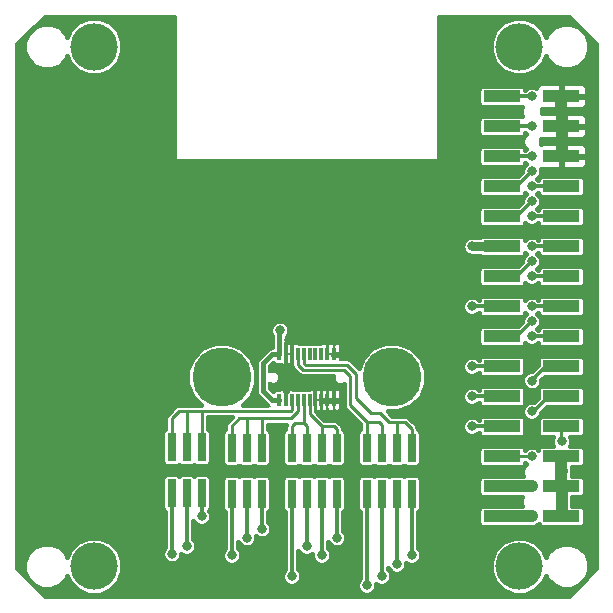
<source format=gtl>
G04 #@! TF.GenerationSoftware,KiCad,Pcbnew,(5.0.0)*
G04 #@! TF.CreationDate,2018-10-17T05:01:03+09:00*
G04 #@! TF.ProjectId,M5Stack_WiSUN,4D35537461636B5F576953554E2E6B69,rev?*
G04 #@! TF.SameCoordinates,PX989680PY55d4a80*
G04 #@! TF.FileFunction,Copper,L1,Top,Signal*
G04 #@! TF.FilePolarity,Positive*
%FSLAX46Y46*%
G04 Gerber Fmt 4.6, Leading zero omitted, Abs format (unit mm)*
G04 Created by KiCad (PCBNEW (5.0.0)) date 10/17/18 05:01:03*
%MOMM*%
%LPD*%
G01*
G04 APERTURE LIST*
G04 #@! TA.AperFunction,SMDPad,CuDef*
%ADD10R,0.740000X2.400000*%
G04 #@! TD*
G04 #@! TA.AperFunction,WasherPad*
%ADD11C,5.000000*%
G04 #@! TD*
G04 #@! TA.AperFunction,SMDPad,CuDef*
%ADD12R,0.400000X1.100000*%
G04 #@! TD*
G04 #@! TA.AperFunction,SMDPad,CuDef*
%ADD13R,0.300000X1.100000*%
G04 #@! TD*
G04 #@! TA.AperFunction,SMDPad,CuDef*
%ADD14R,3.150000X1.000000*%
G04 #@! TD*
G04 #@! TA.AperFunction,ComponentPad*
%ADD15C,4.000000*%
G04 #@! TD*
G04 #@! TA.AperFunction,ViaPad*
%ADD16C,0.800000*%
G04 #@! TD*
G04 #@! TA.AperFunction,Conductor*
%ADD17C,1.000000*%
G04 #@! TD*
G04 #@! TA.AperFunction,Conductor*
%ADD18C,0.300000*%
G04 #@! TD*
G04 #@! TA.AperFunction,Conductor*
%ADD19C,0.800000*%
G04 #@! TD*
G04 #@! TA.AperFunction,Conductor*
%ADD20C,0.400000*%
G04 #@! TD*
G04 #@! TA.AperFunction,Conductor*
%ADD21C,0.250000*%
G04 #@! TD*
G04 #@! TA.AperFunction,Conductor*
%ADD22C,0.200000*%
G04 #@! TD*
G04 APERTURE END LIST*
D10*
G04 #@! TO.P,J3,1*
G04 #@! TO.N,/BP35_RESET*
X27540000Y13025000D03*
G04 #@! TO.P,J3,2*
G04 #@! TO.N,/GPIO_G5*
X27540000Y9125000D03*
G04 #@! TO.P,J3,3*
G04 #@! TO.N,/BP35_RESET*
X26270000Y13025000D03*
G04 #@! TO.P,J3,4*
G04 #@! TO.N,/IIS_WS*
X26270000Y9125000D03*
G04 #@! TO.P,J3,5*
G04 #@! TO.N,/BP35_WKUP*
X25000000Y13025000D03*
G04 #@! TO.P,J3,6*
G04 #@! TO.N,/GPIO_G2*
X25000000Y9125000D03*
G04 #@! TO.P,J3,7*
G04 #@! TO.N,/BP35_WKUP*
X23730000Y13025000D03*
G04 #@! TO.P,J3,8*
G04 #@! TO.N,/IIS_SK*
X23730000Y9125000D03*
G04 #@! TD*
D11*
G04 #@! TO.P,U1,*
G04 #@! TO.N,*
X17800000Y19000000D03*
X32200000Y19000000D03*
D12*
G04 #@! TO.P,U1,11*
G04 #@! TO.N,+3V3*
X22700000Y20950000D03*
D13*
G04 #@! TO.P,U1,12*
G04 #@! TO.N,GND*
X23250000Y20950000D03*
G04 #@! TO.P,U1,13*
X23750000Y20950000D03*
G04 #@! TO.P,U1,14*
G04 #@! TO.N,/BP35_CTS*
X24250000Y20950000D03*
G04 #@! TO.P,U1,15*
G04 #@! TO.N,/BP35_RTS*
X24750000Y20950000D03*
G04 #@! TO.P,U1,16*
G04 #@! TO.N,Net-(U1-Pad16)*
X25250000Y20950000D03*
G04 #@! TO.P,U1,17*
G04 #@! TO.N,Net-(U1-Pad17)*
X25750000Y20950000D03*
G04 #@! TO.P,U1,18*
G04 #@! TO.N,Net-(U1-Pad18)*
X26250000Y20950000D03*
G04 #@! TO.P,U1,19*
G04 #@! TO.N,GND*
X26750000Y20950000D03*
D12*
G04 #@! TO.P,U1,20*
X27300000Y20950000D03*
G04 #@! TO.P,U1,1*
G04 #@! TO.N,+3V3*
X22700000Y17050000D03*
D13*
G04 #@! TO.P,U1,2*
G04 #@! TO.N,GND*
X23250000Y17050000D03*
G04 #@! TO.P,U1,3*
G04 #@! TO.N,/BP35_TXD*
X23750000Y17050000D03*
G04 #@! TO.P,U1,4*
G04 #@! TO.N,/BP35_RXD*
X24250000Y17050000D03*
G04 #@! TO.P,U1,5*
G04 #@! TO.N,/BP35_WKUP*
X24750000Y17050000D03*
G04 #@! TO.P,U1,6*
G04 #@! TO.N,/BP35_RESET*
X25250000Y17050000D03*
G04 #@! TO.P,U1,7*
G04 #@! TO.N,GND*
X25750000Y17050000D03*
G04 #@! TO.P,U1,8*
X26250000Y17050000D03*
G04 #@! TO.P,U1,9*
X26750000Y17050000D03*
D12*
G04 #@! TO.P,U1,10*
X27300000Y17050000D03*
G04 #@! TD*
D14*
G04 #@! TO.P,J1,1*
G04 #@! TO.N,/ADC_G35*
X41525000Y42780000D03*
G04 #@! TO.P,J1,2*
G04 #@! TO.N,GND*
X46575000Y42780000D03*
G04 #@! TO.P,J1,3*
G04 #@! TO.N,/ADC_G36*
X41525000Y40240000D03*
G04 #@! TO.P,J1,4*
G04 #@! TO.N,GND*
X46575000Y40240000D03*
G04 #@! TO.P,J1,5*
G04 #@! TO.N,/RST*
X41525000Y37700000D03*
G04 #@! TO.P,J1,6*
G04 #@! TO.N,GND*
X46575000Y37700000D03*
G04 #@! TO.P,J1,7*
G04 #@! TO.N,/DAC_SPK*
X41525000Y35160000D03*
G04 #@! TO.P,J1,8*
G04 #@! TO.N,/MOSI*
X46575000Y35160000D03*
G04 #@! TO.P,J1,9*
G04 #@! TO.N,/DAC*
X41525000Y32620000D03*
G04 #@! TO.P,J1,10*
G04 #@! TO.N,/MISO*
X46575000Y32620000D03*
G04 #@! TO.P,J1,11*
G04 #@! TO.N,+3V3*
X41525000Y30080000D03*
G04 #@! TO.P,J1,12*
G04 #@! TO.N,/SCK*
X46575000Y30080000D03*
G04 #@! TO.P,J1,13*
G04 #@! TO.N,/TXD0*
X41525000Y27540000D03*
G04 #@! TO.P,J1,14*
G04 #@! TO.N,/RXD0*
X46575000Y27540000D03*
G04 #@! TO.P,J1,15*
G04 #@! TO.N,/TXD2*
X41525000Y25000000D03*
G04 #@! TO.P,J1,16*
G04 #@! TO.N,/RXD2*
X46575000Y25000000D03*
G04 #@! TO.P,J1,17*
G04 #@! TO.N,/SCL*
X41525000Y22460000D03*
G04 #@! TO.P,J1,18*
G04 #@! TO.N,/SDA*
X46575000Y22460000D03*
G04 #@! TO.P,J1,19*
G04 #@! TO.N,/GPIO_G5*
X41525000Y19920000D03*
G04 #@! TO.P,J1,20*
G04 #@! TO.N,/GPIO_G2*
X46575000Y19920000D03*
G04 #@! TO.P,J1,21*
G04 #@! TO.N,/IIS_WS*
X41525000Y17380000D03*
G04 #@! TO.P,J1,22*
G04 #@! TO.N,/IIS_SK*
X46575000Y17380000D03*
G04 #@! TO.P,J1,23*
G04 #@! TO.N,/IIS_MK*
X41525000Y14840000D03*
G04 #@! TO.P,J1,24*
G04 #@! TO.N,/IIS_OUT*
X46575000Y14840000D03*
G04 #@! TO.P,J1,25*
G04 #@! TO.N,/IIS_IN*
X41525000Y12300000D03*
G04 #@! TO.P,J1,26*
G04 #@! TO.N,/HPWR*
X46575000Y12300000D03*
G04 #@! TO.P,J1,27*
G04 #@! TO.N,+5V*
X41525000Y9760000D03*
G04 #@! TO.P,J1,28*
G04 #@! TO.N,/HPWR*
X46575000Y9760000D03*
G04 #@! TO.P,J1,29*
G04 #@! TO.N,/BATTERY*
X41525000Y7220000D03*
G04 #@! TO.P,J1,30*
G04 #@! TO.N,/HPWR*
X46575000Y7220000D03*
G04 #@! TD*
D15*
G04 #@! TO.P,MH5,1*
G04 #@! TO.N,N/C*
X7000000Y3000000D03*
G04 #@! TD*
G04 #@! TO.P,MH6,1*
G04 #@! TO.N,N/C*
X43000000Y3000000D03*
G04 #@! TD*
G04 #@! TO.P,MH7,1*
G04 #@! TO.N,N/C*
X7000000Y47000000D03*
G04 #@! TD*
G04 #@! TO.P,MH8,1*
G04 #@! TO.N,N/C*
X43000000Y47000000D03*
G04 #@! TD*
D10*
G04 #@! TO.P,J4,1*
G04 #@! TO.N,/BP35_TXD*
X16110000Y13070000D03*
G04 #@! TO.P,J4,2*
G04 #@! TO.N,/RXD2*
X16110000Y9170000D03*
G04 #@! TO.P,J4,3*
G04 #@! TO.N,/BP35_TXD*
X14840000Y13070000D03*
G04 #@! TO.P,J4,4*
G04 #@! TO.N,/GPIO_G2*
X14840000Y9170000D03*
G04 #@! TO.P,J4,5*
G04 #@! TO.N,/BP35_TXD*
X13570000Y13070000D03*
G04 #@! TO.P,J4,6*
G04 #@! TO.N,/IIS_SK*
X13570000Y9170000D03*
G04 #@! TD*
G04 #@! TO.P,J5,6*
G04 #@! TO.N,/IIS_WS*
X18650000Y9125000D03*
G04 #@! TO.P,J5,5*
G04 #@! TO.N,/BP35_RXD*
X18650000Y13025000D03*
G04 #@! TO.P,J5,4*
G04 #@! TO.N,/GPIO_G5*
X19920000Y9125000D03*
G04 #@! TO.P,J5,3*
G04 #@! TO.N,/BP35_RXD*
X19920000Y13025000D03*
G04 #@! TO.P,J5,2*
G04 #@! TO.N,/TXD2*
X21190000Y9125000D03*
G04 #@! TO.P,J5,1*
G04 #@! TO.N,/BP35_RXD*
X21190000Y13025000D03*
G04 #@! TD*
G04 #@! TO.P,J6,8*
G04 #@! TO.N,/IIS_OUT*
X30080000Y9125000D03*
G04 #@! TO.P,J6,7*
G04 #@! TO.N,/BP35_CTS*
X30080000Y13025000D03*
G04 #@! TO.P,J6,6*
G04 #@! TO.N,/IIS_SK*
X31350000Y9125000D03*
G04 #@! TO.P,J6,5*
G04 #@! TO.N,/BP35_CTS*
X31350000Y13025000D03*
G04 #@! TO.P,J6,4*
G04 #@! TO.N,/IIS_MK*
X32620000Y9125000D03*
G04 #@! TO.P,J6,3*
G04 #@! TO.N,/BP35_RTS*
X32620000Y13025000D03*
G04 #@! TO.P,J6,2*
G04 #@! TO.N,/IIS_WS*
X33890000Y9125000D03*
G04 #@! TO.P,J6,1*
G04 #@! TO.N,/BP35_RTS*
X33890000Y13025000D03*
G04 #@! TD*
D16*
G04 #@! TO.N,GND*
X46590000Y41510000D03*
X46590000Y38970000D03*
X23500000Y19750000D03*
X23500000Y22150000D03*
X23250000Y18350000D03*
X25750000Y18350000D03*
X5000000Y40000000D03*
X10000000Y40000000D03*
X10000000Y45000000D03*
X10000000Y35000000D03*
X5000000Y35000000D03*
X5000000Y30000000D03*
X10000000Y30000000D03*
X10000000Y25000000D03*
X5000000Y25000000D03*
X10000000Y20000000D03*
X10000000Y15000000D03*
X10000000Y10000000D03*
X10000000Y5000000D03*
X15000000Y35000000D03*
X20000000Y35000000D03*
X25000000Y35000000D03*
X30000000Y35000000D03*
X35000000Y35000000D03*
X30000000Y30000000D03*
X25000000Y30000000D03*
X20000000Y30000000D03*
X15000000Y30000000D03*
X15000000Y25000000D03*
X20000000Y25000000D03*
X25000000Y25000000D03*
X30000000Y25000000D03*
X35000000Y30000000D03*
X35000000Y25000000D03*
X37500000Y32500000D03*
X37500000Y37500000D03*
X37500000Y42500000D03*
X37500000Y47500000D03*
X12500000Y47500000D03*
X12500000Y42500000D03*
X12500000Y37500000D03*
X2500000Y42500000D03*
X2500000Y37500000D03*
X2500000Y32500000D03*
X2500000Y27500000D03*
X2500000Y7500000D03*
X7500000Y7500000D03*
X12500000Y2500000D03*
X49130000Y8490000D03*
X49130000Y13570000D03*
X49130000Y18650000D03*
X49130000Y23730000D03*
X49130000Y28810000D03*
X49130000Y33890000D03*
X49130000Y38970000D03*
X49130000Y44050000D03*
G04 #@! TO.N,+3V3*
X38970000Y30080000D03*
X22714000Y22968000D03*
G04 #@! TO.N,/HPWR*
X46590000Y11030000D03*
X46590000Y8490000D03*
G04 #@! TO.N,/BATTERY*
X44050000Y7220000D03*
G04 #@! TO.N,+5V*
X44050000Y9760000D03*
G04 #@! TO.N,/IIS_IN*
X44050000Y12300000D03*
G04 #@! TO.N,/IIS_OUT*
X46590000Y13570000D03*
X30080000Y1378000D03*
G04 #@! TO.N,/IIS_MK*
X38970000Y14840000D03*
X32620000Y3180000D03*
G04 #@! TO.N,/IIS_SK*
X44050000Y16110000D03*
X13570000Y4045000D03*
X23730000Y2140000D03*
X31350000Y2140000D03*
G04 #@! TO.N,/IIS_WS*
X38970000Y17380000D03*
X18650000Y3930000D03*
X26270000Y3930000D03*
X33890000Y3930000D03*
G04 #@! TO.N,/GPIO_G2*
X44050000Y18695000D03*
X14840000Y4680000D03*
X25000000Y4680000D03*
G04 #@! TO.N,/GPIO_G5*
X38970000Y19920000D03*
X19920000Y5430000D03*
X27540000Y5430000D03*
G04 #@! TO.N,/SDA*
X44050000Y22460000D03*
G04 #@! TO.N,/SCL*
X44050000Y23730000D03*
G04 #@! TO.N,/RXD2*
X44050000Y25000000D03*
X16110000Y7220000D03*
G04 #@! TO.N,/TXD2*
X38970000Y25000000D03*
X21190000Y6180000D03*
G04 #@! TO.N,/RXD0*
X44050000Y27540000D03*
G04 #@! TO.N,/TXD0*
X44050000Y28810000D03*
G04 #@! TO.N,/SCK*
X44050000Y30080000D03*
G04 #@! TO.N,/MISO*
X44050000Y32620000D03*
G04 #@! TO.N,/DAC*
X44050000Y33890000D03*
G04 #@! TO.N,/MOSI*
X44050000Y35160000D03*
G04 #@! TO.N,/DAC_SPK*
X44050000Y36430000D03*
G04 #@! TO.N,/RST*
X44050000Y37700000D03*
G04 #@! TO.N,/ADC_G36*
X44050000Y40240000D03*
G04 #@! TO.N,/ADC_G35*
X44050000Y42780000D03*
G04 #@! TD*
D17*
G04 #@! TO.N,GND*
X46575000Y42780000D02*
X46575000Y41525000D01*
X46575000Y41525000D02*
X46590000Y41510000D01*
X46590000Y37715000D02*
X46575000Y37700000D01*
X46590000Y38970000D02*
X46590000Y37715000D01*
X46590000Y40225000D02*
X46575000Y40240000D01*
X46590000Y38970000D02*
X46590000Y40225000D01*
X46590000Y40255000D02*
X46575000Y40240000D01*
X46590000Y41510000D02*
X46590000Y40255000D01*
D18*
X23250000Y20950000D02*
X23250000Y20000000D01*
X23250000Y20000000D02*
X23500000Y19750000D01*
X23750000Y20000000D02*
X23500000Y19750000D01*
X23750000Y20950000D02*
X23750000Y20000000D01*
X23250000Y20950000D02*
X23250000Y21900000D01*
X23250000Y21900000D02*
X23500000Y22150000D01*
X23750000Y21900000D02*
X23500000Y22150000D01*
X23750000Y20950000D02*
X23750000Y21900000D01*
X23250000Y17050000D02*
X23250000Y18350000D01*
X25750000Y17050000D02*
X25750000Y18350000D01*
X26900000Y18350000D02*
X25750000Y18350000D01*
X27300000Y17050000D02*
X27300000Y17950000D01*
X27300000Y17950000D02*
X26900000Y18350000D01*
D19*
G04 #@! TO.N,+3V3*
X41525000Y30080000D02*
X38970000Y30080000D01*
D20*
X22100000Y20950000D02*
X22700000Y20950000D01*
X21317000Y20167000D02*
X22100000Y20950000D01*
X21317000Y17833000D02*
X21317000Y20167000D01*
X22100000Y17050000D02*
X21317000Y17833000D01*
X22700000Y17050000D02*
X22100000Y17050000D01*
X22700000Y22954000D02*
X22714000Y22968000D01*
X22700000Y20950000D02*
X22700000Y22954000D01*
D17*
G04 #@! TO.N,/HPWR*
X46575000Y12300000D02*
X46575000Y11045000D01*
X46575000Y11045000D02*
X46590000Y11030000D01*
X46590000Y7235000D02*
X46575000Y7220000D01*
X46590000Y8490000D02*
X46590000Y7235000D01*
X46590000Y9745000D02*
X46575000Y9760000D01*
X46590000Y8490000D02*
X46590000Y9745000D01*
X46575000Y11015000D02*
X46590000Y11030000D01*
X46575000Y9760000D02*
X46575000Y11015000D01*
G04 #@! TO.N,/BATTERY*
X44050000Y7220000D02*
X41525000Y7220000D01*
G04 #@! TO.N,+5V*
X41525000Y9760000D02*
X44050000Y9760000D01*
D21*
G04 #@! TO.N,/IIS_IN*
X41525000Y12300000D02*
X44050000Y12300000D01*
G04 #@! TO.N,/IIS_OUT*
X46575000Y14840000D02*
X46575000Y13585000D01*
X46575000Y13585000D02*
X46590000Y13570000D01*
D18*
X30080000Y1378000D02*
X30080000Y9125000D01*
G04 #@! TO.N,/IIS_MK*
X38970000Y14840000D02*
X41525000Y14840000D01*
X32620000Y3180000D02*
X32620000Y9125000D01*
G04 #@! TO.N,/IIS_SK*
X44230000Y16110000D02*
X44050000Y16110000D01*
X46575000Y17380000D02*
X45500000Y17380000D01*
X45500000Y17380000D02*
X44230000Y16110000D01*
X13570000Y4045000D02*
X13570000Y9170000D01*
X23730000Y9125000D02*
X23730000Y2140000D01*
X31350000Y9125000D02*
X31350000Y2140000D01*
G04 #@! TO.N,/IIS_WS*
X38970000Y17380000D02*
X41525000Y17380000D01*
X18650000Y3930000D02*
X18650000Y9125000D01*
X26270000Y9125000D02*
X26270000Y3930000D01*
X33890000Y9125000D02*
X33890000Y3930000D01*
G04 #@! TO.N,/GPIO_G2*
X44449999Y19094999D02*
X44050000Y18695000D01*
X45275000Y19920000D02*
X44449999Y19094999D01*
X46575000Y19920000D02*
X45275000Y19920000D01*
X14840000Y4680000D02*
X14840000Y9170000D01*
X25000000Y9125000D02*
X25000000Y4680000D01*
G04 #@! TO.N,/GPIO_G5*
X41525000Y19920000D02*
X38970000Y19920000D01*
X19920000Y5430000D02*
X19920000Y9125000D01*
X27540000Y9125000D02*
X27540000Y5430000D01*
G04 #@! TO.N,/SDA*
X44050000Y22460000D02*
X46575000Y22460000D01*
G04 #@! TO.N,/SCL*
X41525000Y22460000D02*
X42780000Y22460000D01*
X42780000Y22460000D02*
X44050000Y23730000D01*
G04 #@! TO.N,/RXD2*
X44050000Y25000000D02*
X46575000Y25000000D01*
X16110000Y7220000D02*
X16110000Y9170000D01*
G04 #@! TO.N,/TXD2*
X41525000Y25000000D02*
X38970000Y25000000D01*
X21190000Y6180000D02*
X21190000Y9125000D01*
G04 #@! TO.N,/RXD0*
X44050000Y27540000D02*
X46575000Y27540000D01*
G04 #@! TO.N,/TXD0*
X41525000Y27540000D02*
X42780000Y27540000D01*
X42780000Y27540000D02*
X44050000Y28810000D01*
G04 #@! TO.N,/SCK*
X44050000Y30080000D02*
X46575000Y30080000D01*
G04 #@! TO.N,/MISO*
X46575000Y32620000D02*
X44050000Y32620000D01*
G04 #@! TO.N,/DAC*
X42780000Y32620000D02*
X41525000Y32620000D01*
X44050000Y33890000D02*
X42780000Y32620000D01*
G04 #@! TO.N,/MOSI*
X46575000Y35160000D02*
X44050000Y35160000D01*
G04 #@! TO.N,/DAC_SPK*
X42780000Y35160000D02*
X41525000Y35160000D01*
X44050000Y36430000D02*
X42780000Y35160000D01*
G04 #@! TO.N,/RST*
X41525000Y37700000D02*
X44050000Y37700000D01*
G04 #@! TO.N,/ADC_G36*
X44050000Y40240000D02*
X41525000Y40240000D01*
G04 #@! TO.N,/ADC_G35*
X41525000Y42780000D02*
X44050000Y42780000D01*
D21*
G04 #@! TO.N,/BP35_TXD*
X13570000Y13900000D02*
X13570000Y14885000D01*
X13570000Y13070000D02*
X13570000Y13900000D01*
X23750000Y16264998D02*
X23640002Y16155000D01*
X23750000Y17050000D02*
X23750000Y16264998D01*
X23640002Y16155000D02*
X23095000Y16155000D01*
X16110000Y13070000D02*
X16110000Y16155000D01*
X14840000Y16155000D02*
X16110000Y16155000D01*
X16110000Y16155000D02*
X23095000Y16155000D01*
X14840000Y13070000D02*
X14840000Y16155000D01*
X13570000Y14885000D02*
X13570000Y15520000D01*
X13570000Y15520000D02*
X14205000Y16155000D01*
X14205000Y16155000D02*
X14840000Y16155000D01*
G04 #@! TO.N,/BP35_RXD*
X18650000Y14885000D02*
X19285000Y15520000D01*
X18650000Y13025000D02*
X18650000Y14885000D01*
X21190000Y13025000D02*
X21190000Y15520000D01*
X19920000Y13025000D02*
X19920000Y15520000D01*
X19285000Y15520000D02*
X19920000Y15520000D01*
X19920000Y15520000D02*
X21190000Y15520000D01*
X21190000Y15520000D02*
X23641413Y15520000D01*
X23641413Y15520000D02*
X24250000Y16128587D01*
X24250000Y16250000D02*
X24250000Y17050000D01*
X24250000Y16128587D02*
X24250000Y16250000D01*
G04 #@! TO.N,/BP35_RESET*
X26270000Y13025000D02*
X26270000Y14885000D01*
X25250000Y15905000D02*
X25250000Y17050000D01*
X26270000Y14885000D02*
X25250000Y15905000D01*
X27540000Y14631000D02*
X27540000Y13025000D01*
X26270000Y14885000D02*
X27286000Y14885000D01*
X27286000Y14885000D02*
X27540000Y14631000D01*
G04 #@! TO.N,/BP35_WKUP*
X24750000Y15135000D02*
X24750000Y17050000D01*
X25000000Y13025000D02*
X25000000Y14885000D01*
X25000000Y14885000D02*
X24750000Y15135000D01*
X24750000Y15135000D02*
X23980000Y15135000D01*
X23730000Y14885000D02*
X23730000Y13025000D01*
X23980000Y15135000D02*
X23730000Y14885000D01*
G04 #@! TO.N,/BP35_RTS*
X33890000Y14620000D02*
X33890000Y13025000D01*
X33289000Y15221000D02*
X33890000Y14620000D01*
X31223000Y15983000D02*
X31985000Y15221000D01*
X30461000Y15983000D02*
X31223000Y15983000D01*
X24750000Y20164998D02*
X24839999Y20074999D01*
X24750000Y20950000D02*
X24750000Y20164998D01*
X24839999Y20074999D02*
X28401001Y20074999D01*
X28401001Y20074999D02*
X29191000Y19285000D01*
X29191000Y19285000D02*
X29191000Y17253000D01*
X29191000Y17253000D02*
X30461000Y15983000D01*
X32620000Y13025000D02*
X32620000Y15221000D01*
X31985000Y15221000D02*
X32620000Y15221000D01*
X32620000Y15221000D02*
X33289000Y15221000D01*
G04 #@! TO.N,/BP35_CTS*
X31350000Y13990000D02*
X31350000Y13570000D01*
X31350000Y14967000D02*
X31350000Y13025000D01*
X31096000Y15221000D02*
X31350000Y14967000D01*
X30080000Y15221000D02*
X31096000Y15221000D01*
X30080000Y13025000D02*
X30080000Y15221000D01*
X24250000Y20028587D02*
X24250000Y20950000D01*
X24653599Y19624988D02*
X24250000Y20028587D01*
X28152512Y19624988D02*
X24653599Y19624988D01*
X28683000Y19094500D02*
X28152512Y19624988D01*
X30080000Y15221000D02*
X28683000Y16618000D01*
X28683000Y16618000D02*
X28683000Y19094500D01*
G04 #@! TD*
D20*
G04 #@! TO.N,GND*
G36*
X13800000Y37500000D02*
X13815224Y37423463D01*
X13858579Y37358579D01*
X13923463Y37315224D01*
X14000000Y37300000D01*
X36000000Y37300000D01*
X36076537Y37315224D01*
X36141421Y37358579D01*
X36184776Y37423463D01*
X36200000Y37500000D01*
X36200000Y43280000D01*
X39542164Y43280000D01*
X39542164Y42280000D01*
X39573209Y42123928D01*
X39661616Y41991616D01*
X39793928Y41903209D01*
X39950000Y41872164D01*
X43100000Y41872164D01*
X43237162Y41899447D01*
X43150000Y41689021D01*
X43150000Y41330979D01*
X43237162Y41120553D01*
X43100000Y41147836D01*
X39950000Y41147836D01*
X39793928Y41116791D01*
X39661616Y41028384D01*
X39573209Y40896072D01*
X39542164Y40740000D01*
X39542164Y39740000D01*
X39573209Y39583928D01*
X39661616Y39451616D01*
X39793928Y39363209D01*
X39950000Y39332164D01*
X43100000Y39332164D01*
X43256072Y39363209D01*
X43388384Y39451616D01*
X43476791Y39583928D01*
X43493035Y39665594D01*
X43553629Y39605000D01*
X43371793Y39423164D01*
X43250000Y39129130D01*
X43250000Y38810870D01*
X43371793Y38516836D01*
X43553629Y38335000D01*
X43493035Y38274406D01*
X43476791Y38356072D01*
X43388384Y38488384D01*
X43256072Y38576791D01*
X43100000Y38607836D01*
X39950000Y38607836D01*
X39793928Y38576791D01*
X39661616Y38488384D01*
X39573209Y38356072D01*
X39542164Y38200000D01*
X39542164Y37200000D01*
X39573209Y37043928D01*
X39661616Y36911616D01*
X39793928Y36823209D01*
X39950000Y36792164D01*
X43100000Y36792164D01*
X43256072Y36823209D01*
X43388384Y36911616D01*
X43476791Y37043928D01*
X43493035Y37125594D01*
X43553629Y37065000D01*
X43371793Y36883164D01*
X43250000Y36589130D01*
X43250000Y36407817D01*
X42910020Y36067836D01*
X39950000Y36067836D01*
X39793928Y36036791D01*
X39661616Y35948384D01*
X39573209Y35816072D01*
X39542164Y35660000D01*
X39542164Y34660000D01*
X39573209Y34503928D01*
X39661616Y34371616D01*
X39793928Y34283209D01*
X39950000Y34252164D01*
X43100000Y34252164D01*
X43256072Y34283209D01*
X43388384Y34371616D01*
X43476791Y34503928D01*
X43493035Y34585594D01*
X43553629Y34525000D01*
X43371793Y34343164D01*
X43250000Y34049130D01*
X43250000Y33867817D01*
X42910020Y33527836D01*
X39950000Y33527836D01*
X39793928Y33496791D01*
X39661616Y33408384D01*
X39573209Y33276072D01*
X39542164Y33120000D01*
X39542164Y32120000D01*
X39573209Y31963928D01*
X39661616Y31831616D01*
X39793928Y31743209D01*
X39950000Y31712164D01*
X43100000Y31712164D01*
X43256072Y31743209D01*
X43388384Y31831616D01*
X43476791Y31963928D01*
X43493035Y32045594D01*
X43596836Y31941793D01*
X43890870Y31820000D01*
X44209130Y31820000D01*
X44503164Y31941793D01*
X44606965Y32045594D01*
X44623209Y31963928D01*
X44711616Y31831616D01*
X44843928Y31743209D01*
X45000000Y31712164D01*
X48150000Y31712164D01*
X48306072Y31743209D01*
X48438384Y31831616D01*
X48526791Y31963928D01*
X48557836Y32120000D01*
X48557836Y33120000D01*
X48526791Y33276072D01*
X48438384Y33408384D01*
X48306072Y33496791D01*
X48150000Y33527836D01*
X45000000Y33527836D01*
X44843928Y33496791D01*
X44711616Y33408384D01*
X44623209Y33276072D01*
X44606965Y33194406D01*
X44546371Y33255000D01*
X44728207Y33436836D01*
X44850000Y33730870D01*
X44850000Y34049130D01*
X44728207Y34343164D01*
X44546371Y34525000D01*
X44606965Y34585594D01*
X44623209Y34503928D01*
X44711616Y34371616D01*
X44843928Y34283209D01*
X45000000Y34252164D01*
X48150000Y34252164D01*
X48306072Y34283209D01*
X48438384Y34371616D01*
X48526791Y34503928D01*
X48557836Y34660000D01*
X48557836Y35660000D01*
X48526791Y35816072D01*
X48438384Y35948384D01*
X48306072Y36036791D01*
X48150000Y36067836D01*
X45000000Y36067836D01*
X44843928Y36036791D01*
X44711616Y35948384D01*
X44623209Y35816072D01*
X44606965Y35734406D01*
X44546371Y35795000D01*
X44728207Y35976836D01*
X44850000Y36270870D01*
X44850000Y36589130D01*
X44838217Y36617578D01*
X44880653Y36600000D01*
X46375000Y36600000D01*
X46525000Y36750000D01*
X46525000Y37650000D01*
X46625000Y37650000D01*
X46625000Y36750000D01*
X46775000Y36600000D01*
X48269347Y36600000D01*
X48489872Y36691344D01*
X48658655Y36860127D01*
X48750000Y37080652D01*
X48750000Y37500000D01*
X48600000Y37650000D01*
X46625000Y37650000D01*
X46525000Y37650000D01*
X46505000Y37650000D01*
X46505000Y37750000D01*
X46525000Y37750000D01*
X46525000Y38650000D01*
X46625000Y38650000D01*
X46625000Y37750000D01*
X48600000Y37750000D01*
X48750000Y37900000D01*
X48750000Y38319348D01*
X48658655Y38539873D01*
X48489872Y38708656D01*
X48269347Y38800000D01*
X46775000Y38800000D01*
X46625000Y38650000D01*
X46525000Y38650000D01*
X46375000Y38800000D01*
X44880653Y38800000D01*
X44838217Y38782422D01*
X44850000Y38810870D01*
X44850000Y39129130D01*
X44838217Y39157578D01*
X44880653Y39140000D01*
X46375000Y39140000D01*
X46525000Y39290000D01*
X46525000Y40190000D01*
X46625000Y40190000D01*
X46625000Y39290000D01*
X46775000Y39140000D01*
X48269347Y39140000D01*
X48489872Y39231344D01*
X48658655Y39400127D01*
X48750000Y39620652D01*
X48750000Y40040000D01*
X48600000Y40190000D01*
X46625000Y40190000D01*
X46525000Y40190000D01*
X46505000Y40190000D01*
X46505000Y40290000D01*
X46525000Y40290000D01*
X46525000Y41190000D01*
X46625000Y41190000D01*
X46625000Y40290000D01*
X48600000Y40290000D01*
X48750000Y40440000D01*
X48750000Y40859348D01*
X48658655Y41079873D01*
X48489872Y41248656D01*
X48269347Y41340000D01*
X46775000Y41340000D01*
X46625000Y41190000D01*
X46525000Y41190000D01*
X46375000Y41340000D01*
X44950000Y41340000D01*
X44950000Y41680000D01*
X46375000Y41680000D01*
X46525000Y41830000D01*
X46525000Y42730000D01*
X46625000Y42730000D01*
X46625000Y41830000D01*
X46775000Y41680000D01*
X48269347Y41680000D01*
X48489872Y41771344D01*
X48658655Y41940127D01*
X48750000Y42160652D01*
X48750000Y42580000D01*
X48600000Y42730000D01*
X46625000Y42730000D01*
X46525000Y42730000D01*
X46505000Y42730000D01*
X46505000Y42830000D01*
X46525000Y42830000D01*
X46525000Y43730000D01*
X46625000Y43730000D01*
X46625000Y42830000D01*
X48600000Y42830000D01*
X48750000Y42980000D01*
X48750000Y43399348D01*
X48658655Y43619873D01*
X48489872Y43788656D01*
X48269347Y43880000D01*
X46775000Y43880000D01*
X46625000Y43730000D01*
X46525000Y43730000D01*
X46375000Y43880000D01*
X44880653Y43880000D01*
X44660128Y43788656D01*
X44491345Y43619873D01*
X44435918Y43486061D01*
X44209130Y43580000D01*
X43890870Y43580000D01*
X43596836Y43458207D01*
X43493035Y43354406D01*
X43476791Y43436072D01*
X43388384Y43568384D01*
X43256072Y43656791D01*
X43100000Y43687836D01*
X39950000Y43687836D01*
X39793928Y43656791D01*
X39661616Y43568384D01*
X39573209Y43436072D01*
X39542164Y43280000D01*
X36200000Y43280000D01*
X36200000Y47477390D01*
X40600000Y47477390D01*
X40600000Y46522610D01*
X40965378Y45640509D01*
X41640509Y44965378D01*
X42522610Y44600000D01*
X43477390Y44600000D01*
X44359491Y44965378D01*
X45034622Y45640509D01*
X45270598Y46210207D01*
X45389258Y45923737D01*
X45923737Y45389258D01*
X46622067Y45100000D01*
X47377933Y45100000D01*
X48076263Y45389258D01*
X48610742Y45923737D01*
X48900000Y46622067D01*
X48900000Y47377933D01*
X48610742Y48076263D01*
X48076263Y48610742D01*
X47377933Y48900000D01*
X46622067Y48900000D01*
X45923737Y48610742D01*
X45389258Y48076263D01*
X45270598Y47789793D01*
X45034622Y48359491D01*
X44359491Y49034622D01*
X43477390Y49400000D01*
X42522610Y49400000D01*
X41640509Y49034622D01*
X40965378Y48359491D01*
X40600000Y47477390D01*
X36200000Y47477390D01*
X36200000Y49525000D01*
X47192158Y49525000D01*
X49525001Y47192157D01*
X49525000Y2807842D01*
X47192158Y475000D01*
X2807842Y475000D01*
X475000Y2807842D01*
X475000Y3377933D01*
X1100000Y3377933D01*
X1100000Y2622067D01*
X1389258Y1923737D01*
X1923737Y1389258D01*
X2622067Y1100000D01*
X3377933Y1100000D01*
X4076263Y1389258D01*
X4610742Y1923737D01*
X4729402Y2210207D01*
X4965378Y1640509D01*
X5640509Y965378D01*
X6522610Y600000D01*
X7477390Y600000D01*
X8359491Y965378D01*
X9034622Y1640509D01*
X9307431Y2299130D01*
X22930000Y2299130D01*
X22930000Y1980870D01*
X23051793Y1686836D01*
X23276836Y1461793D01*
X23570870Y1340000D01*
X23889130Y1340000D01*
X24183164Y1461793D01*
X24258501Y1537130D01*
X29280000Y1537130D01*
X29280000Y1218870D01*
X29401793Y924836D01*
X29626836Y699793D01*
X29920870Y578000D01*
X30239130Y578000D01*
X30533164Y699793D01*
X30758207Y924836D01*
X30880000Y1218870D01*
X30880000Y1478629D01*
X30896836Y1461793D01*
X31190870Y1340000D01*
X31509130Y1340000D01*
X31803164Y1461793D01*
X32028207Y1686836D01*
X32150000Y1980870D01*
X32150000Y2299130D01*
X32028207Y2593164D01*
X31900000Y2721371D01*
X31900000Y2827733D01*
X31941793Y2726836D01*
X32166836Y2501793D01*
X32460870Y2380000D01*
X32779130Y2380000D01*
X33073164Y2501793D01*
X33298207Y2726836D01*
X33420000Y3020870D01*
X33420000Y3268629D01*
X33436836Y3251793D01*
X33730870Y3130000D01*
X34049130Y3130000D01*
X34343164Y3251793D01*
X34568207Y3476836D01*
X34568436Y3477390D01*
X40600000Y3477390D01*
X40600000Y2522610D01*
X40965378Y1640509D01*
X41640509Y965378D01*
X42522610Y600000D01*
X43477390Y600000D01*
X44359491Y965378D01*
X45034622Y1640509D01*
X45270598Y2210207D01*
X45389258Y1923737D01*
X45923737Y1389258D01*
X46622067Y1100000D01*
X47377933Y1100000D01*
X48076263Y1389258D01*
X48610742Y1923737D01*
X48900000Y2622067D01*
X48900000Y3377933D01*
X48610742Y4076263D01*
X48076263Y4610742D01*
X47377933Y4900000D01*
X46622067Y4900000D01*
X45923737Y4610742D01*
X45389258Y4076263D01*
X45270598Y3789793D01*
X45034622Y4359491D01*
X44359491Y5034622D01*
X43477390Y5400000D01*
X42522610Y5400000D01*
X41640509Y5034622D01*
X40965378Y4359491D01*
X40600000Y3477390D01*
X34568436Y3477390D01*
X34690000Y3770870D01*
X34690000Y4089130D01*
X34568207Y4383164D01*
X34440000Y4511371D01*
X34440000Y7564197D01*
X34548384Y7636616D01*
X34636791Y7768928D01*
X34667836Y7925000D01*
X34667836Y10325000D01*
X34636791Y10481072D01*
X34548384Y10613384D01*
X34416072Y10701791D01*
X34260000Y10732836D01*
X33520000Y10732836D01*
X33363928Y10701791D01*
X33255000Y10629009D01*
X33146072Y10701791D01*
X32990000Y10732836D01*
X32250000Y10732836D01*
X32093928Y10701791D01*
X31985000Y10629009D01*
X31876072Y10701791D01*
X31720000Y10732836D01*
X30980000Y10732836D01*
X30823928Y10701791D01*
X30715000Y10629009D01*
X30606072Y10701791D01*
X30450000Y10732836D01*
X29710000Y10732836D01*
X29553928Y10701791D01*
X29421616Y10613384D01*
X29333209Y10481072D01*
X29302164Y10325000D01*
X29302164Y7925000D01*
X29333209Y7768928D01*
X29421616Y7636616D01*
X29530001Y7564196D01*
X29530000Y1959371D01*
X29401793Y1831164D01*
X29280000Y1537130D01*
X24258501Y1537130D01*
X24408207Y1686836D01*
X24530000Y1980870D01*
X24530000Y2299130D01*
X24408207Y2593164D01*
X24280000Y2721371D01*
X24280000Y4327733D01*
X24321793Y4226836D01*
X24546836Y4001793D01*
X24840870Y3880000D01*
X25159130Y3880000D01*
X25453164Y4001793D01*
X25470000Y4018629D01*
X25470000Y3770870D01*
X25591793Y3476836D01*
X25816836Y3251793D01*
X26110870Y3130000D01*
X26429130Y3130000D01*
X26723164Y3251793D01*
X26948207Y3476836D01*
X27070000Y3770870D01*
X27070000Y4089130D01*
X26948207Y4383164D01*
X26820000Y4511371D01*
X26820000Y5077733D01*
X26861793Y4976836D01*
X27086836Y4751793D01*
X27380870Y4630000D01*
X27699130Y4630000D01*
X27993164Y4751793D01*
X28218207Y4976836D01*
X28340000Y5270870D01*
X28340000Y5589130D01*
X28218207Y5883164D01*
X28090000Y6011371D01*
X28090000Y7564197D01*
X28198384Y7636616D01*
X28286791Y7768928D01*
X28317836Y7925000D01*
X28317836Y10325000D01*
X28286791Y10481072D01*
X28198384Y10613384D01*
X28066072Y10701791D01*
X27910000Y10732836D01*
X27170000Y10732836D01*
X27013928Y10701791D01*
X26905000Y10629009D01*
X26796072Y10701791D01*
X26640000Y10732836D01*
X25900000Y10732836D01*
X25743928Y10701791D01*
X25635000Y10629009D01*
X25526072Y10701791D01*
X25370000Y10732836D01*
X24630000Y10732836D01*
X24473928Y10701791D01*
X24365000Y10629009D01*
X24256072Y10701791D01*
X24100000Y10732836D01*
X23360000Y10732836D01*
X23203928Y10701791D01*
X23071616Y10613384D01*
X22983209Y10481072D01*
X22952164Y10325000D01*
X22952164Y7925000D01*
X22983209Y7768928D01*
X23071616Y7636616D01*
X23180000Y7564197D01*
X23180001Y2721372D01*
X23051793Y2593164D01*
X22930000Y2299130D01*
X9307431Y2299130D01*
X9400000Y2522610D01*
X9400000Y3477390D01*
X9098975Y4204130D01*
X12770000Y4204130D01*
X12770000Y3885870D01*
X12891793Y3591836D01*
X13116836Y3366793D01*
X13410870Y3245000D01*
X13729130Y3245000D01*
X14023164Y3366793D01*
X14248207Y3591836D01*
X14370000Y3885870D01*
X14370000Y4018629D01*
X14386836Y4001793D01*
X14680870Y3880000D01*
X14999130Y3880000D01*
X15293164Y4001793D01*
X15380501Y4089130D01*
X17850000Y4089130D01*
X17850000Y3770870D01*
X17971793Y3476836D01*
X18196836Y3251793D01*
X18490870Y3130000D01*
X18809130Y3130000D01*
X19103164Y3251793D01*
X19328207Y3476836D01*
X19450000Y3770870D01*
X19450000Y4089130D01*
X19328207Y4383164D01*
X19200000Y4511371D01*
X19200000Y5077733D01*
X19241793Y4976836D01*
X19466836Y4751793D01*
X19760870Y4630000D01*
X20079130Y4630000D01*
X20373164Y4751793D01*
X20598207Y4976836D01*
X20720000Y5270870D01*
X20720000Y5518629D01*
X20736836Y5501793D01*
X21030870Y5380000D01*
X21349130Y5380000D01*
X21643164Y5501793D01*
X21868207Y5726836D01*
X21990000Y6020870D01*
X21990000Y6339130D01*
X21868207Y6633164D01*
X21740000Y6761371D01*
X21740000Y7564197D01*
X21848384Y7636616D01*
X21936791Y7768928D01*
X21967836Y7925000D01*
X21967836Y10325000D01*
X21936791Y10481072D01*
X21848384Y10613384D01*
X21716072Y10701791D01*
X21560000Y10732836D01*
X20820000Y10732836D01*
X20663928Y10701791D01*
X20555000Y10629009D01*
X20446072Y10701791D01*
X20290000Y10732836D01*
X19550000Y10732836D01*
X19393928Y10701791D01*
X19285000Y10629009D01*
X19176072Y10701791D01*
X19020000Y10732836D01*
X18280000Y10732836D01*
X18123928Y10701791D01*
X17991616Y10613384D01*
X17903209Y10481072D01*
X17872164Y10325000D01*
X17872164Y7925000D01*
X17903209Y7768928D01*
X17991616Y7636616D01*
X18100001Y7564197D01*
X18100000Y4511371D01*
X17971793Y4383164D01*
X17850000Y4089130D01*
X15380501Y4089130D01*
X15518207Y4226836D01*
X15640000Y4520870D01*
X15640000Y4839130D01*
X15518207Y5133164D01*
X15390000Y5261371D01*
X15390000Y6867733D01*
X15431793Y6766836D01*
X15656836Y6541793D01*
X15950870Y6420000D01*
X16269130Y6420000D01*
X16563164Y6541793D01*
X16788207Y6766836D01*
X16910000Y7060870D01*
X16910000Y7379130D01*
X16788207Y7673164D01*
X16772939Y7688432D01*
X16856791Y7813928D01*
X16887836Y7970000D01*
X16887836Y10370000D01*
X16856791Y10526072D01*
X16768384Y10658384D01*
X16636072Y10746791D01*
X16480000Y10777836D01*
X15740000Y10777836D01*
X15583928Y10746791D01*
X15475000Y10674009D01*
X15366072Y10746791D01*
X15210000Y10777836D01*
X14470000Y10777836D01*
X14313928Y10746791D01*
X14205000Y10674009D01*
X14096072Y10746791D01*
X13940000Y10777836D01*
X13200000Y10777836D01*
X13043928Y10746791D01*
X12911616Y10658384D01*
X12823209Y10526072D01*
X12792164Y10370000D01*
X12792164Y7970000D01*
X12823209Y7813928D01*
X12911616Y7681616D01*
X13020001Y7609197D01*
X13020000Y4626371D01*
X12891793Y4498164D01*
X12770000Y4204130D01*
X9098975Y4204130D01*
X9034622Y4359491D01*
X8359491Y5034622D01*
X7477390Y5400000D01*
X6522610Y5400000D01*
X5640509Y5034622D01*
X4965378Y4359491D01*
X4729402Y3789793D01*
X4610742Y4076263D01*
X4076263Y4610742D01*
X3377933Y4900000D01*
X2622067Y4900000D01*
X1923737Y4610742D01*
X1389258Y4076263D01*
X1100000Y3377933D01*
X475000Y3377933D01*
X475000Y14270000D01*
X12792164Y14270000D01*
X12792164Y11870000D01*
X12823209Y11713928D01*
X12911616Y11581616D01*
X13043928Y11493209D01*
X13200000Y11462164D01*
X13940000Y11462164D01*
X14096072Y11493209D01*
X14205000Y11565991D01*
X14313928Y11493209D01*
X14470000Y11462164D01*
X15210000Y11462164D01*
X15366072Y11493209D01*
X15475000Y11565991D01*
X15583928Y11493209D01*
X15740000Y11462164D01*
X16480000Y11462164D01*
X16636072Y11493209D01*
X16768384Y11581616D01*
X16856791Y11713928D01*
X16887836Y11870000D01*
X16887836Y14270000D01*
X16856791Y14426072D01*
X16768384Y14558384D01*
X16636072Y14646791D01*
X16635000Y14647004D01*
X16635000Y15630000D01*
X18652538Y15630000D01*
X18315333Y15292794D01*
X18271497Y15263504D01*
X18199188Y15155285D01*
X18155461Y15089844D01*
X18114715Y14885000D01*
X18125001Y14833289D01*
X18125001Y14602004D01*
X18123928Y14601791D01*
X17991616Y14513384D01*
X17903209Y14381072D01*
X17872164Y14225000D01*
X17872164Y11825000D01*
X17903209Y11668928D01*
X17991616Y11536616D01*
X18123928Y11448209D01*
X18280000Y11417164D01*
X19020000Y11417164D01*
X19176072Y11448209D01*
X19285000Y11520991D01*
X19393928Y11448209D01*
X19550000Y11417164D01*
X20290000Y11417164D01*
X20446072Y11448209D01*
X20555000Y11520991D01*
X20663928Y11448209D01*
X20820000Y11417164D01*
X21560000Y11417164D01*
X21716072Y11448209D01*
X21848384Y11536616D01*
X21936791Y11668928D01*
X21967836Y11825000D01*
X21967836Y14225000D01*
X21936791Y14381072D01*
X21848384Y14513384D01*
X21716072Y14601791D01*
X21715000Y14602004D01*
X21715000Y14995000D01*
X23216595Y14995000D01*
X23194715Y14885000D01*
X23205000Y14833295D01*
X23205000Y14602004D01*
X23203928Y14601791D01*
X23071616Y14513384D01*
X22983209Y14381072D01*
X22952164Y14225000D01*
X22952164Y11825000D01*
X22983209Y11668928D01*
X23071616Y11536616D01*
X23203928Y11448209D01*
X23360000Y11417164D01*
X24100000Y11417164D01*
X24256072Y11448209D01*
X24365000Y11520991D01*
X24473928Y11448209D01*
X24630000Y11417164D01*
X25370000Y11417164D01*
X25526072Y11448209D01*
X25635000Y11520991D01*
X25743928Y11448209D01*
X25900000Y11417164D01*
X26640000Y11417164D01*
X26796072Y11448209D01*
X26905000Y11520991D01*
X27013928Y11448209D01*
X27170000Y11417164D01*
X27910000Y11417164D01*
X28066072Y11448209D01*
X28198384Y11536616D01*
X28286791Y11668928D01*
X28317836Y11825000D01*
X28317836Y14225000D01*
X28286791Y14381072D01*
X28198384Y14513384D01*
X28069075Y14599784D01*
X28075285Y14631001D01*
X28062356Y14696000D01*
X28034539Y14835845D01*
X27918504Y15009504D01*
X27874665Y15038796D01*
X27693797Y15219664D01*
X27664504Y15263504D01*
X27490845Y15379539D01*
X27337706Y15410000D01*
X27286000Y15420285D01*
X27234294Y15410000D01*
X26487462Y15410000D01*
X25997461Y15900000D01*
X26050000Y15900000D01*
X26071675Y15921675D01*
X26239872Y15991344D01*
X26250000Y16001472D01*
X26260128Y15991344D01*
X26428325Y15921675D01*
X26450000Y15900000D01*
X26550000Y15900000D01*
X26571675Y15921675D01*
X26739872Y15991344D01*
X26750000Y16001472D01*
X26760128Y15991344D01*
X26928325Y15921675D01*
X26950000Y15900000D01*
X27100000Y15900000D01*
X27157030Y15957030D01*
X27239872Y15991344D01*
X27350000Y16101472D01*
X27350000Y16050000D01*
X27500000Y15900000D01*
X27619347Y15900000D01*
X27839872Y15991344D01*
X28008655Y16160127D01*
X28100000Y16380652D01*
X28100000Y16850000D01*
X27950000Y17000000D01*
X26180000Y17000000D01*
X26180000Y17100000D01*
X27950000Y17100000D01*
X28100000Y17250000D01*
X28100000Y17719348D01*
X28008655Y17939873D01*
X27839872Y18108656D01*
X27619347Y18200000D01*
X27500000Y18200000D01*
X27350000Y18050000D01*
X27350000Y17998528D01*
X27239872Y18108656D01*
X27157030Y18142970D01*
X27100000Y18200000D01*
X26950000Y18200000D01*
X26928325Y18178325D01*
X26760128Y18108656D01*
X26750000Y18098528D01*
X26739872Y18108656D01*
X26571675Y18178325D01*
X26550000Y18200000D01*
X26450000Y18200000D01*
X26428325Y18178325D01*
X26260128Y18108656D01*
X26250000Y18098528D01*
X26239872Y18108656D01*
X26071675Y18178325D01*
X26050000Y18200000D01*
X25950000Y18200000D01*
X25928325Y18178325D01*
X25760128Y18108656D01*
X25700000Y18048528D01*
X25700000Y18050000D01*
X25550000Y18200000D01*
X25480653Y18200000D01*
X25260128Y18108656D01*
X25159308Y18007836D01*
X25100000Y18007836D01*
X25000000Y17987945D01*
X24900000Y18007836D01*
X24600000Y18007836D01*
X24500000Y17987945D01*
X24400000Y18007836D01*
X24100000Y18007836D01*
X24000000Y17987945D01*
X23900000Y18007836D01*
X23840692Y18007836D01*
X23739872Y18108656D01*
X23519347Y18200000D01*
X23450000Y18200000D01*
X23300000Y18050000D01*
X23300000Y17870999D01*
X23250000Y17796168D01*
X23200000Y17870999D01*
X23200000Y18050000D01*
X23050000Y18200000D01*
X22980653Y18200000D01*
X22760128Y18108656D01*
X22659308Y18007836D01*
X22500000Y18007836D01*
X22343928Y17976791D01*
X22211616Y17888384D01*
X22170972Y17827555D01*
X21917000Y18081527D01*
X21917000Y18392957D01*
X22020707Y18350000D01*
X22279293Y18350000D01*
X22518195Y18448957D01*
X22701043Y18631805D01*
X22800000Y18870707D01*
X22800000Y19129293D01*
X22701043Y19368195D01*
X22518195Y19551043D01*
X22279293Y19650000D01*
X22020707Y19650000D01*
X21917000Y19607043D01*
X21917000Y19918473D01*
X22170972Y20172445D01*
X22211616Y20111616D01*
X22343928Y20023209D01*
X22500000Y19992164D01*
X22659308Y19992164D01*
X22760128Y19891344D01*
X22980653Y19800000D01*
X23050000Y19800000D01*
X23200000Y19950000D01*
X23200000Y19951472D01*
X23260128Y19891344D01*
X23428325Y19821675D01*
X23450000Y19800000D01*
X23550000Y19800000D01*
X23571675Y19821675D01*
X23739872Y19891344D01*
X23741659Y19893131D01*
X23755461Y19823743D01*
X23871496Y19650083D01*
X23915335Y19620791D01*
X24245804Y19290321D01*
X24275095Y19246484D01*
X24422242Y19148164D01*
X24448754Y19130449D01*
X24653598Y19089703D01*
X24705304Y19099988D01*
X27200000Y19099988D01*
X27200000Y18870707D01*
X27298957Y18631805D01*
X27481805Y18448957D01*
X27720707Y18350000D01*
X27979293Y18350000D01*
X28158001Y18424024D01*
X28158000Y16669706D01*
X28147715Y16618000D01*
X28179023Y16460604D01*
X28188461Y16413156D01*
X28304496Y16239496D01*
X28348336Y16210203D01*
X29555001Y15003537D01*
X29555001Y14602004D01*
X29553928Y14601791D01*
X29421616Y14513384D01*
X29333209Y14381072D01*
X29302164Y14225000D01*
X29302164Y11825000D01*
X29333209Y11668928D01*
X29421616Y11536616D01*
X29553928Y11448209D01*
X29710000Y11417164D01*
X30450000Y11417164D01*
X30606072Y11448209D01*
X30715000Y11520991D01*
X30823928Y11448209D01*
X30980000Y11417164D01*
X31720000Y11417164D01*
X31876072Y11448209D01*
X31985000Y11520991D01*
X32093928Y11448209D01*
X32250000Y11417164D01*
X32990000Y11417164D01*
X33146072Y11448209D01*
X33255000Y11520991D01*
X33363928Y11448209D01*
X33520000Y11417164D01*
X34260000Y11417164D01*
X34416072Y11448209D01*
X34548384Y11536616D01*
X34636791Y11668928D01*
X34667836Y11825000D01*
X34667836Y12800000D01*
X39542164Y12800000D01*
X39542164Y11800000D01*
X39573209Y11643928D01*
X39661616Y11511616D01*
X39793928Y11423209D01*
X39950000Y11392164D01*
X43100000Y11392164D01*
X43256072Y11423209D01*
X43388384Y11511616D01*
X43476791Y11643928D01*
X43493035Y11725594D01*
X43553629Y11665000D01*
X43371793Y11483164D01*
X43250000Y11189130D01*
X43250000Y10870870D01*
X43337345Y10660000D01*
X43139394Y10660000D01*
X43100000Y10667836D01*
X39950000Y10667836D01*
X39793928Y10636791D01*
X39661616Y10548384D01*
X39573209Y10416072D01*
X39542164Y10260000D01*
X39542164Y9260000D01*
X39573209Y9103928D01*
X39661616Y8971616D01*
X39793928Y8883209D01*
X39950000Y8852164D01*
X43100000Y8852164D01*
X43139394Y8860000D01*
X43229106Y8860000D01*
X43150000Y8669021D01*
X43150000Y8310979D01*
X43229106Y8120000D01*
X43139394Y8120000D01*
X43100000Y8127836D01*
X39950000Y8127836D01*
X39793928Y8096791D01*
X39661616Y8008384D01*
X39573209Y7876072D01*
X39542164Y7720000D01*
X39542164Y6720000D01*
X39573209Y6563928D01*
X39661616Y6431616D01*
X39793928Y6343209D01*
X39950000Y6312164D01*
X43100000Y6312164D01*
X43139394Y6320000D01*
X44138642Y6320000D01*
X44401163Y6372219D01*
X44643231Y6533963D01*
X44711616Y6431616D01*
X44843928Y6343209D01*
X45000000Y6312164D01*
X46525753Y6312164D01*
X46575000Y6302368D01*
X46624247Y6312164D01*
X48150000Y6312164D01*
X48306072Y6343209D01*
X48438384Y6431616D01*
X48526791Y6563928D01*
X48557836Y6720000D01*
X48557836Y7720000D01*
X48526791Y7876072D01*
X48438384Y8008384D01*
X48306072Y8096791D01*
X48150000Y8127836D01*
X47490000Y8127836D01*
X47490000Y8852164D01*
X48150000Y8852164D01*
X48306072Y8883209D01*
X48438384Y8971616D01*
X48526791Y9103928D01*
X48557836Y9260000D01*
X48557836Y10260000D01*
X48526791Y10416072D01*
X48438384Y10548384D01*
X48306072Y10636791D01*
X48150000Y10667836D01*
X47475000Y10667836D01*
X47475000Y10865949D01*
X47507632Y11029999D01*
X47492984Y11103642D01*
X47475000Y11194051D01*
X47475000Y11392164D01*
X48150000Y11392164D01*
X48306072Y11423209D01*
X48438384Y11511616D01*
X48526791Y11643928D01*
X48557836Y11800000D01*
X48557836Y12800000D01*
X48526791Y12956072D01*
X48438384Y13088384D01*
X48306072Y13176791D01*
X48150000Y13207836D01*
X47305900Y13207836D01*
X47390000Y13410870D01*
X47390000Y13729130D01*
X47305900Y13932164D01*
X48150000Y13932164D01*
X48306072Y13963209D01*
X48438384Y14051616D01*
X48526791Y14183928D01*
X48557836Y14340000D01*
X48557836Y15340000D01*
X48526791Y15496072D01*
X48438384Y15628384D01*
X48306072Y15716791D01*
X48150000Y15747836D01*
X45000000Y15747836D01*
X44843928Y15716791D01*
X44711616Y15628384D01*
X44623209Y15496072D01*
X44592164Y15340000D01*
X44592164Y14340000D01*
X44623209Y14183928D01*
X44711616Y14051616D01*
X44843928Y13963209D01*
X45000000Y13932164D01*
X45874100Y13932164D01*
X45790000Y13729130D01*
X45790000Y13410870D01*
X45874100Y13207836D01*
X45000000Y13207836D01*
X44843928Y13176791D01*
X44711616Y13088384D01*
X44623209Y12956072D01*
X44606965Y12874406D01*
X44503164Y12978207D01*
X44209130Y13100000D01*
X43890870Y13100000D01*
X43596836Y12978207D01*
X43493035Y12874406D01*
X43476791Y12956072D01*
X43388384Y13088384D01*
X43256072Y13176791D01*
X43100000Y13207836D01*
X39950000Y13207836D01*
X39793928Y13176791D01*
X39661616Y13088384D01*
X39573209Y12956072D01*
X39542164Y12800000D01*
X34667836Y12800000D01*
X34667836Y14225000D01*
X34636791Y14381072D01*
X34548384Y14513384D01*
X34421007Y14598494D01*
X34425285Y14620001D01*
X34412213Y14685715D01*
X34384539Y14824845D01*
X34268504Y14998504D01*
X34267568Y14999130D01*
X38170000Y14999130D01*
X38170000Y14680870D01*
X38291793Y14386836D01*
X38516836Y14161793D01*
X38810870Y14040000D01*
X39129130Y14040000D01*
X39423164Y14161793D01*
X39551371Y14290000D01*
X39552110Y14290000D01*
X39573209Y14183928D01*
X39661616Y14051616D01*
X39793928Y13963209D01*
X39950000Y13932164D01*
X43100000Y13932164D01*
X43256072Y13963209D01*
X43388384Y14051616D01*
X43476791Y14183928D01*
X43507836Y14340000D01*
X43507836Y15340000D01*
X43476791Y15496072D01*
X43388384Y15628384D01*
X43256072Y15716791D01*
X43100000Y15747836D01*
X39950000Y15747836D01*
X39793928Y15716791D01*
X39661616Y15628384D01*
X39573209Y15496072D01*
X39552110Y15390000D01*
X39551371Y15390000D01*
X39423164Y15518207D01*
X39129130Y15640000D01*
X38810870Y15640000D01*
X38516836Y15518207D01*
X38291793Y15293164D01*
X38170000Y14999130D01*
X34267568Y14999130D01*
X34224668Y15027794D01*
X33696796Y15555665D01*
X33667504Y15599504D01*
X33493845Y15715539D01*
X33340706Y15746000D01*
X33289000Y15756285D01*
X33237294Y15746000D01*
X32671706Y15746000D01*
X32620000Y15756285D01*
X32568294Y15746000D01*
X32202462Y15746000D01*
X31848461Y16100000D01*
X32776846Y16100000D01*
X33185161Y16269130D01*
X43250000Y16269130D01*
X43250000Y15950870D01*
X43371793Y15656836D01*
X43596836Y15431793D01*
X43890870Y15310000D01*
X44209130Y15310000D01*
X44503164Y15431793D01*
X44728207Y15656836D01*
X44850000Y15950870D01*
X44850000Y15952184D01*
X45369981Y16472164D01*
X48150000Y16472164D01*
X48306072Y16503209D01*
X48438384Y16591616D01*
X48526791Y16723928D01*
X48557836Y16880000D01*
X48557836Y17880000D01*
X48526791Y18036072D01*
X48438384Y18168384D01*
X48306072Y18256791D01*
X48150000Y18287836D01*
X45000000Y18287836D01*
X44843928Y18256791D01*
X44711616Y18168384D01*
X44623209Y18036072D01*
X44592164Y17880000D01*
X44592164Y17249981D01*
X44239574Y16897390D01*
X44209130Y16910000D01*
X43890870Y16910000D01*
X43596836Y16788207D01*
X43371793Y16563164D01*
X43250000Y16269130D01*
X33185161Y16269130D01*
X33842718Y16541499D01*
X34658501Y17357282D01*
X34733824Y17539130D01*
X38170000Y17539130D01*
X38170000Y17220870D01*
X38291793Y16926836D01*
X38516836Y16701793D01*
X38810870Y16580000D01*
X39129130Y16580000D01*
X39423164Y16701793D01*
X39551371Y16830000D01*
X39552110Y16830000D01*
X39573209Y16723928D01*
X39661616Y16591616D01*
X39793928Y16503209D01*
X39950000Y16472164D01*
X43100000Y16472164D01*
X43256072Y16503209D01*
X43388384Y16591616D01*
X43476791Y16723928D01*
X43507836Y16880000D01*
X43507836Y17880000D01*
X43476791Y18036072D01*
X43388384Y18168384D01*
X43256072Y18256791D01*
X43100000Y18287836D01*
X39950000Y18287836D01*
X39793928Y18256791D01*
X39661616Y18168384D01*
X39573209Y18036072D01*
X39552110Y17930000D01*
X39551371Y17930000D01*
X39423164Y18058207D01*
X39129130Y18180000D01*
X38810870Y18180000D01*
X38516836Y18058207D01*
X38291793Y17833164D01*
X38170000Y17539130D01*
X34733824Y17539130D01*
X35100000Y18423154D01*
X35100000Y19576846D01*
X34891947Y20079130D01*
X38170000Y20079130D01*
X38170000Y19760870D01*
X38291793Y19466836D01*
X38516836Y19241793D01*
X38810870Y19120000D01*
X39129130Y19120000D01*
X39423164Y19241793D01*
X39551371Y19370000D01*
X39552110Y19370000D01*
X39573209Y19263928D01*
X39661616Y19131616D01*
X39793928Y19043209D01*
X39950000Y19012164D01*
X43100000Y19012164D01*
X43256072Y19043209D01*
X43355967Y19109956D01*
X43250000Y18854130D01*
X43250000Y18535870D01*
X43371793Y18241836D01*
X43596836Y18016793D01*
X43890870Y17895000D01*
X44209130Y17895000D01*
X44503164Y18016793D01*
X44728207Y18241836D01*
X44850000Y18535870D01*
X44850000Y18717183D01*
X44877211Y18744394D01*
X44877213Y18744397D01*
X45144980Y19012164D01*
X48150000Y19012164D01*
X48306072Y19043209D01*
X48438384Y19131616D01*
X48526791Y19263928D01*
X48557836Y19420000D01*
X48557836Y20420000D01*
X48526791Y20576072D01*
X48438384Y20708384D01*
X48306072Y20796791D01*
X48150000Y20827836D01*
X45000000Y20827836D01*
X44843928Y20796791D01*
X44711616Y20708384D01*
X44623209Y20576072D01*
X44592164Y20420000D01*
X44592164Y20014981D01*
X44099397Y19522213D01*
X44099394Y19522211D01*
X44072183Y19495000D01*
X43890870Y19495000D01*
X43596836Y19373207D01*
X43455113Y19231484D01*
X43476791Y19263928D01*
X43507836Y19420000D01*
X43507836Y20420000D01*
X43476791Y20576072D01*
X43388384Y20708384D01*
X43256072Y20796791D01*
X43100000Y20827836D01*
X39950000Y20827836D01*
X39793928Y20796791D01*
X39661616Y20708384D01*
X39573209Y20576072D01*
X39552110Y20470000D01*
X39551371Y20470000D01*
X39423164Y20598207D01*
X39129130Y20720000D01*
X38810870Y20720000D01*
X38516836Y20598207D01*
X38291793Y20373164D01*
X38170000Y20079130D01*
X34891947Y20079130D01*
X34658501Y20642718D01*
X33842718Y21458501D01*
X32776846Y21900000D01*
X31623154Y21900000D01*
X30557282Y21458501D01*
X29741499Y20642718D01*
X29400057Y19818405D01*
X28808798Y20409664D01*
X28779505Y20453503D01*
X28605846Y20569538D01*
X28452707Y20599999D01*
X28401001Y20610284D01*
X28349295Y20599999D01*
X28100000Y20599999D01*
X28100000Y20750000D01*
X27950000Y20900000D01*
X27230000Y20900000D01*
X27230000Y21000000D01*
X27950000Y21000000D01*
X28100000Y21150000D01*
X28100000Y21619348D01*
X28008655Y21839873D01*
X27839872Y22008656D01*
X27619347Y22100000D01*
X27500000Y22100000D01*
X27350000Y21950000D01*
X27350000Y21898528D01*
X27239872Y22008656D01*
X27157030Y22042970D01*
X27100000Y22100000D01*
X26950000Y22100000D01*
X26928325Y22078325D01*
X26760128Y22008656D01*
X26700000Y21948528D01*
X26700000Y21950000D01*
X26550000Y22100000D01*
X26480653Y22100000D01*
X26260128Y22008656D01*
X26159308Y21907836D01*
X26100000Y21907836D01*
X26000000Y21887945D01*
X25900000Y21907836D01*
X25600000Y21907836D01*
X25500000Y21887945D01*
X25400000Y21907836D01*
X25100000Y21907836D01*
X25000000Y21887945D01*
X24900000Y21907836D01*
X24600000Y21907836D01*
X24500000Y21887945D01*
X24400000Y21907836D01*
X24340692Y21907836D01*
X24239872Y22008656D01*
X24019347Y22100000D01*
X23950000Y22100000D01*
X23800000Y21950000D01*
X23800000Y21948528D01*
X23739872Y22008656D01*
X23571675Y22078325D01*
X23550000Y22100000D01*
X23450000Y22100000D01*
X23428325Y22078325D01*
X23300002Y22025172D01*
X23300002Y22100000D01*
X23300000Y22100000D01*
X23300000Y22422629D01*
X23392207Y22514836D01*
X23514000Y22808870D01*
X23514000Y23127130D01*
X23392207Y23421164D01*
X23167164Y23646207D01*
X22873130Y23768000D01*
X22554870Y23768000D01*
X22260836Y23646207D01*
X22035793Y23421164D01*
X21914000Y23127130D01*
X21914000Y22808870D01*
X22035793Y22514836D01*
X22100001Y22450628D01*
X22100000Y21561753D01*
X22099999Y21561753D01*
X22040913Y21550000D01*
X22040909Y21550000D01*
X21865892Y21515187D01*
X21667425Y21382575D01*
X21633953Y21332481D01*
X20934519Y20633046D01*
X20884426Y20599575D01*
X20850954Y20549481D01*
X20850953Y20549480D01*
X20751814Y20401108D01*
X20705247Y20167000D01*
X20717001Y20107909D01*
X20717000Y17892087D01*
X20705247Y17833000D01*
X20717000Y17773914D01*
X20717000Y17773910D01*
X20751813Y17598893D01*
X20884425Y17400425D01*
X20934521Y17366952D01*
X21621472Y16680000D01*
X19581219Y16680000D01*
X20258501Y17357282D01*
X20700000Y18423154D01*
X20700000Y19576846D01*
X20258501Y20642718D01*
X19442718Y21458501D01*
X18376846Y21900000D01*
X17223154Y21900000D01*
X16157282Y21458501D01*
X15341499Y20642718D01*
X14900000Y19576846D01*
X14900000Y18423154D01*
X15341499Y17357282D01*
X16018781Y16680000D01*
X14891706Y16680000D01*
X14840000Y16690285D01*
X14788294Y16680000D01*
X14256706Y16680000D01*
X14205000Y16690285D01*
X14072212Y16663872D01*
X14000155Y16649539D01*
X13826496Y16533504D01*
X13797205Y16489667D01*
X13235333Y15927794D01*
X13191497Y15898504D01*
X13161289Y15853294D01*
X13075461Y15724844D01*
X13034715Y15520000D01*
X13045000Y15468294D01*
X13045000Y14833295D01*
X13045001Y14833290D01*
X13045001Y14647004D01*
X13043928Y14646791D01*
X12911616Y14558384D01*
X12823209Y14426072D01*
X12792164Y14270000D01*
X475000Y14270000D01*
X475000Y25159130D01*
X38170000Y25159130D01*
X38170000Y24840870D01*
X38291793Y24546836D01*
X38516836Y24321793D01*
X38810870Y24200000D01*
X39129130Y24200000D01*
X39423164Y24321793D01*
X39551371Y24450000D01*
X39552110Y24450000D01*
X39573209Y24343928D01*
X39661616Y24211616D01*
X39793928Y24123209D01*
X39950000Y24092164D01*
X43100000Y24092164D01*
X43256072Y24123209D01*
X43388384Y24211616D01*
X43476791Y24343928D01*
X43493035Y24425594D01*
X43553629Y24365000D01*
X43371793Y24183164D01*
X43250000Y23889130D01*
X43250000Y23707817D01*
X42910020Y23367836D01*
X39950000Y23367836D01*
X39793928Y23336791D01*
X39661616Y23248384D01*
X39573209Y23116072D01*
X39542164Y22960000D01*
X39542164Y21960000D01*
X39573209Y21803928D01*
X39661616Y21671616D01*
X39793928Y21583209D01*
X39950000Y21552164D01*
X43100000Y21552164D01*
X43256072Y21583209D01*
X43388384Y21671616D01*
X43476791Y21803928D01*
X43493035Y21885594D01*
X43596836Y21781793D01*
X43890870Y21660000D01*
X44209130Y21660000D01*
X44503164Y21781793D01*
X44606965Y21885594D01*
X44623209Y21803928D01*
X44711616Y21671616D01*
X44843928Y21583209D01*
X45000000Y21552164D01*
X48150000Y21552164D01*
X48306072Y21583209D01*
X48438384Y21671616D01*
X48526791Y21803928D01*
X48557836Y21960000D01*
X48557836Y22960000D01*
X48526791Y23116072D01*
X48438384Y23248384D01*
X48306072Y23336791D01*
X48150000Y23367836D01*
X45000000Y23367836D01*
X44843928Y23336791D01*
X44711616Y23248384D01*
X44623209Y23116072D01*
X44606965Y23034406D01*
X44546371Y23095000D01*
X44728207Y23276836D01*
X44850000Y23570870D01*
X44850000Y23889130D01*
X44728207Y24183164D01*
X44546371Y24365000D01*
X44606965Y24425594D01*
X44623209Y24343928D01*
X44711616Y24211616D01*
X44843928Y24123209D01*
X45000000Y24092164D01*
X48150000Y24092164D01*
X48306072Y24123209D01*
X48438384Y24211616D01*
X48526791Y24343928D01*
X48557836Y24500000D01*
X48557836Y25500000D01*
X48526791Y25656072D01*
X48438384Y25788384D01*
X48306072Y25876791D01*
X48150000Y25907836D01*
X45000000Y25907836D01*
X44843928Y25876791D01*
X44711616Y25788384D01*
X44623209Y25656072D01*
X44606965Y25574406D01*
X44503164Y25678207D01*
X44209130Y25800000D01*
X43890870Y25800000D01*
X43596836Y25678207D01*
X43493035Y25574406D01*
X43476791Y25656072D01*
X43388384Y25788384D01*
X43256072Y25876791D01*
X43100000Y25907836D01*
X39950000Y25907836D01*
X39793928Y25876791D01*
X39661616Y25788384D01*
X39573209Y25656072D01*
X39552110Y25550000D01*
X39551371Y25550000D01*
X39423164Y25678207D01*
X39129130Y25800000D01*
X38810870Y25800000D01*
X38516836Y25678207D01*
X38291793Y25453164D01*
X38170000Y25159130D01*
X475000Y25159130D01*
X475000Y30080000D01*
X38154328Y30080000D01*
X38170000Y30001211D01*
X38170000Y29920870D01*
X38200745Y29846645D01*
X38216417Y29767856D01*
X38261048Y29701062D01*
X38291793Y29626836D01*
X38348604Y29570025D01*
X38393233Y29503233D01*
X38460025Y29458604D01*
X38516836Y29401793D01*
X38591062Y29371048D01*
X38657856Y29326417D01*
X38736645Y29310745D01*
X38810870Y29280000D01*
X39679001Y29280000D01*
X39793928Y29203209D01*
X39950000Y29172164D01*
X43100000Y29172164D01*
X43256072Y29203209D01*
X43388384Y29291616D01*
X43476791Y29423928D01*
X43493035Y29505594D01*
X43553629Y29445000D01*
X43371793Y29263164D01*
X43250000Y28969130D01*
X43250000Y28787817D01*
X42910020Y28447836D01*
X39950000Y28447836D01*
X39793928Y28416791D01*
X39661616Y28328384D01*
X39573209Y28196072D01*
X39542164Y28040000D01*
X39542164Y27040000D01*
X39573209Y26883928D01*
X39661616Y26751616D01*
X39793928Y26663209D01*
X39950000Y26632164D01*
X43100000Y26632164D01*
X43256072Y26663209D01*
X43388384Y26751616D01*
X43476791Y26883928D01*
X43493035Y26965594D01*
X43596836Y26861793D01*
X43890870Y26740000D01*
X44209130Y26740000D01*
X44503164Y26861793D01*
X44606965Y26965594D01*
X44623209Y26883928D01*
X44711616Y26751616D01*
X44843928Y26663209D01*
X45000000Y26632164D01*
X48150000Y26632164D01*
X48306072Y26663209D01*
X48438384Y26751616D01*
X48526791Y26883928D01*
X48557836Y27040000D01*
X48557836Y28040000D01*
X48526791Y28196072D01*
X48438384Y28328384D01*
X48306072Y28416791D01*
X48150000Y28447836D01*
X45000000Y28447836D01*
X44843928Y28416791D01*
X44711616Y28328384D01*
X44623209Y28196072D01*
X44606965Y28114406D01*
X44546371Y28175000D01*
X44728207Y28356836D01*
X44850000Y28650870D01*
X44850000Y28969130D01*
X44728207Y29263164D01*
X44546371Y29445000D01*
X44606965Y29505594D01*
X44623209Y29423928D01*
X44711616Y29291616D01*
X44843928Y29203209D01*
X45000000Y29172164D01*
X48150000Y29172164D01*
X48306072Y29203209D01*
X48438384Y29291616D01*
X48526791Y29423928D01*
X48557836Y29580000D01*
X48557836Y30580000D01*
X48526791Y30736072D01*
X48438384Y30868384D01*
X48306072Y30956791D01*
X48150000Y30987836D01*
X45000000Y30987836D01*
X44843928Y30956791D01*
X44711616Y30868384D01*
X44623209Y30736072D01*
X44606965Y30654406D01*
X44503164Y30758207D01*
X44209130Y30880000D01*
X43890870Y30880000D01*
X43596836Y30758207D01*
X43493035Y30654406D01*
X43476791Y30736072D01*
X43388384Y30868384D01*
X43256072Y30956791D01*
X43100000Y30987836D01*
X39950000Y30987836D01*
X39793928Y30956791D01*
X39679001Y30880000D01*
X38810870Y30880000D01*
X38736645Y30849255D01*
X38657856Y30833583D01*
X38591062Y30788952D01*
X38516836Y30758207D01*
X38460025Y30701396D01*
X38393233Y30656767D01*
X38348604Y30589975D01*
X38291793Y30533164D01*
X38261048Y30458938D01*
X38216417Y30392144D01*
X38200745Y30313355D01*
X38170000Y30239130D01*
X38170000Y30158789D01*
X38154328Y30080000D01*
X475000Y30080000D01*
X475000Y47192158D01*
X660775Y47377933D01*
X1100000Y47377933D01*
X1100000Y46622067D01*
X1389258Y45923737D01*
X1923737Y45389258D01*
X2622067Y45100000D01*
X3377933Y45100000D01*
X4076263Y45389258D01*
X4610742Y45923737D01*
X4729402Y46210207D01*
X4965378Y45640509D01*
X5640509Y44965378D01*
X6522610Y44600000D01*
X7477390Y44600000D01*
X8359491Y44965378D01*
X9034622Y45640509D01*
X9400000Y46522610D01*
X9400000Y47477390D01*
X9034622Y48359491D01*
X8359491Y49034622D01*
X7477390Y49400000D01*
X6522610Y49400000D01*
X5640509Y49034622D01*
X4965378Y48359491D01*
X4729402Y47789793D01*
X4610742Y48076263D01*
X4076263Y48610742D01*
X3377933Y48900000D01*
X2622067Y48900000D01*
X1923737Y48610742D01*
X1389258Y48076263D01*
X1100000Y47377933D01*
X660775Y47377933D01*
X2807842Y49525000D01*
X13800000Y49525000D01*
X13800000Y37500000D01*
X13800000Y37500000D01*
G37*
X13800000Y37500000D02*
X13815224Y37423463D01*
X13858579Y37358579D01*
X13923463Y37315224D01*
X14000000Y37300000D01*
X36000000Y37300000D01*
X36076537Y37315224D01*
X36141421Y37358579D01*
X36184776Y37423463D01*
X36200000Y37500000D01*
X36200000Y43280000D01*
X39542164Y43280000D01*
X39542164Y42280000D01*
X39573209Y42123928D01*
X39661616Y41991616D01*
X39793928Y41903209D01*
X39950000Y41872164D01*
X43100000Y41872164D01*
X43237162Y41899447D01*
X43150000Y41689021D01*
X43150000Y41330979D01*
X43237162Y41120553D01*
X43100000Y41147836D01*
X39950000Y41147836D01*
X39793928Y41116791D01*
X39661616Y41028384D01*
X39573209Y40896072D01*
X39542164Y40740000D01*
X39542164Y39740000D01*
X39573209Y39583928D01*
X39661616Y39451616D01*
X39793928Y39363209D01*
X39950000Y39332164D01*
X43100000Y39332164D01*
X43256072Y39363209D01*
X43388384Y39451616D01*
X43476791Y39583928D01*
X43493035Y39665594D01*
X43553629Y39605000D01*
X43371793Y39423164D01*
X43250000Y39129130D01*
X43250000Y38810870D01*
X43371793Y38516836D01*
X43553629Y38335000D01*
X43493035Y38274406D01*
X43476791Y38356072D01*
X43388384Y38488384D01*
X43256072Y38576791D01*
X43100000Y38607836D01*
X39950000Y38607836D01*
X39793928Y38576791D01*
X39661616Y38488384D01*
X39573209Y38356072D01*
X39542164Y38200000D01*
X39542164Y37200000D01*
X39573209Y37043928D01*
X39661616Y36911616D01*
X39793928Y36823209D01*
X39950000Y36792164D01*
X43100000Y36792164D01*
X43256072Y36823209D01*
X43388384Y36911616D01*
X43476791Y37043928D01*
X43493035Y37125594D01*
X43553629Y37065000D01*
X43371793Y36883164D01*
X43250000Y36589130D01*
X43250000Y36407817D01*
X42910020Y36067836D01*
X39950000Y36067836D01*
X39793928Y36036791D01*
X39661616Y35948384D01*
X39573209Y35816072D01*
X39542164Y35660000D01*
X39542164Y34660000D01*
X39573209Y34503928D01*
X39661616Y34371616D01*
X39793928Y34283209D01*
X39950000Y34252164D01*
X43100000Y34252164D01*
X43256072Y34283209D01*
X43388384Y34371616D01*
X43476791Y34503928D01*
X43493035Y34585594D01*
X43553629Y34525000D01*
X43371793Y34343164D01*
X43250000Y34049130D01*
X43250000Y33867817D01*
X42910020Y33527836D01*
X39950000Y33527836D01*
X39793928Y33496791D01*
X39661616Y33408384D01*
X39573209Y33276072D01*
X39542164Y33120000D01*
X39542164Y32120000D01*
X39573209Y31963928D01*
X39661616Y31831616D01*
X39793928Y31743209D01*
X39950000Y31712164D01*
X43100000Y31712164D01*
X43256072Y31743209D01*
X43388384Y31831616D01*
X43476791Y31963928D01*
X43493035Y32045594D01*
X43596836Y31941793D01*
X43890870Y31820000D01*
X44209130Y31820000D01*
X44503164Y31941793D01*
X44606965Y32045594D01*
X44623209Y31963928D01*
X44711616Y31831616D01*
X44843928Y31743209D01*
X45000000Y31712164D01*
X48150000Y31712164D01*
X48306072Y31743209D01*
X48438384Y31831616D01*
X48526791Y31963928D01*
X48557836Y32120000D01*
X48557836Y33120000D01*
X48526791Y33276072D01*
X48438384Y33408384D01*
X48306072Y33496791D01*
X48150000Y33527836D01*
X45000000Y33527836D01*
X44843928Y33496791D01*
X44711616Y33408384D01*
X44623209Y33276072D01*
X44606965Y33194406D01*
X44546371Y33255000D01*
X44728207Y33436836D01*
X44850000Y33730870D01*
X44850000Y34049130D01*
X44728207Y34343164D01*
X44546371Y34525000D01*
X44606965Y34585594D01*
X44623209Y34503928D01*
X44711616Y34371616D01*
X44843928Y34283209D01*
X45000000Y34252164D01*
X48150000Y34252164D01*
X48306072Y34283209D01*
X48438384Y34371616D01*
X48526791Y34503928D01*
X48557836Y34660000D01*
X48557836Y35660000D01*
X48526791Y35816072D01*
X48438384Y35948384D01*
X48306072Y36036791D01*
X48150000Y36067836D01*
X45000000Y36067836D01*
X44843928Y36036791D01*
X44711616Y35948384D01*
X44623209Y35816072D01*
X44606965Y35734406D01*
X44546371Y35795000D01*
X44728207Y35976836D01*
X44850000Y36270870D01*
X44850000Y36589130D01*
X44838217Y36617578D01*
X44880653Y36600000D01*
X46375000Y36600000D01*
X46525000Y36750000D01*
X46525000Y37650000D01*
X46625000Y37650000D01*
X46625000Y36750000D01*
X46775000Y36600000D01*
X48269347Y36600000D01*
X48489872Y36691344D01*
X48658655Y36860127D01*
X48750000Y37080652D01*
X48750000Y37500000D01*
X48600000Y37650000D01*
X46625000Y37650000D01*
X46525000Y37650000D01*
X46505000Y37650000D01*
X46505000Y37750000D01*
X46525000Y37750000D01*
X46525000Y38650000D01*
X46625000Y38650000D01*
X46625000Y37750000D01*
X48600000Y37750000D01*
X48750000Y37900000D01*
X48750000Y38319348D01*
X48658655Y38539873D01*
X48489872Y38708656D01*
X48269347Y38800000D01*
X46775000Y38800000D01*
X46625000Y38650000D01*
X46525000Y38650000D01*
X46375000Y38800000D01*
X44880653Y38800000D01*
X44838217Y38782422D01*
X44850000Y38810870D01*
X44850000Y39129130D01*
X44838217Y39157578D01*
X44880653Y39140000D01*
X46375000Y39140000D01*
X46525000Y39290000D01*
X46525000Y40190000D01*
X46625000Y40190000D01*
X46625000Y39290000D01*
X46775000Y39140000D01*
X48269347Y39140000D01*
X48489872Y39231344D01*
X48658655Y39400127D01*
X48750000Y39620652D01*
X48750000Y40040000D01*
X48600000Y40190000D01*
X46625000Y40190000D01*
X46525000Y40190000D01*
X46505000Y40190000D01*
X46505000Y40290000D01*
X46525000Y40290000D01*
X46525000Y41190000D01*
X46625000Y41190000D01*
X46625000Y40290000D01*
X48600000Y40290000D01*
X48750000Y40440000D01*
X48750000Y40859348D01*
X48658655Y41079873D01*
X48489872Y41248656D01*
X48269347Y41340000D01*
X46775000Y41340000D01*
X46625000Y41190000D01*
X46525000Y41190000D01*
X46375000Y41340000D01*
X44950000Y41340000D01*
X44950000Y41680000D01*
X46375000Y41680000D01*
X46525000Y41830000D01*
X46525000Y42730000D01*
X46625000Y42730000D01*
X46625000Y41830000D01*
X46775000Y41680000D01*
X48269347Y41680000D01*
X48489872Y41771344D01*
X48658655Y41940127D01*
X48750000Y42160652D01*
X48750000Y42580000D01*
X48600000Y42730000D01*
X46625000Y42730000D01*
X46525000Y42730000D01*
X46505000Y42730000D01*
X46505000Y42830000D01*
X46525000Y42830000D01*
X46525000Y43730000D01*
X46625000Y43730000D01*
X46625000Y42830000D01*
X48600000Y42830000D01*
X48750000Y42980000D01*
X48750000Y43399348D01*
X48658655Y43619873D01*
X48489872Y43788656D01*
X48269347Y43880000D01*
X46775000Y43880000D01*
X46625000Y43730000D01*
X46525000Y43730000D01*
X46375000Y43880000D01*
X44880653Y43880000D01*
X44660128Y43788656D01*
X44491345Y43619873D01*
X44435918Y43486061D01*
X44209130Y43580000D01*
X43890870Y43580000D01*
X43596836Y43458207D01*
X43493035Y43354406D01*
X43476791Y43436072D01*
X43388384Y43568384D01*
X43256072Y43656791D01*
X43100000Y43687836D01*
X39950000Y43687836D01*
X39793928Y43656791D01*
X39661616Y43568384D01*
X39573209Y43436072D01*
X39542164Y43280000D01*
X36200000Y43280000D01*
X36200000Y47477390D01*
X40600000Y47477390D01*
X40600000Y46522610D01*
X40965378Y45640509D01*
X41640509Y44965378D01*
X42522610Y44600000D01*
X43477390Y44600000D01*
X44359491Y44965378D01*
X45034622Y45640509D01*
X45270598Y46210207D01*
X45389258Y45923737D01*
X45923737Y45389258D01*
X46622067Y45100000D01*
X47377933Y45100000D01*
X48076263Y45389258D01*
X48610742Y45923737D01*
X48900000Y46622067D01*
X48900000Y47377933D01*
X48610742Y48076263D01*
X48076263Y48610742D01*
X47377933Y48900000D01*
X46622067Y48900000D01*
X45923737Y48610742D01*
X45389258Y48076263D01*
X45270598Y47789793D01*
X45034622Y48359491D01*
X44359491Y49034622D01*
X43477390Y49400000D01*
X42522610Y49400000D01*
X41640509Y49034622D01*
X40965378Y48359491D01*
X40600000Y47477390D01*
X36200000Y47477390D01*
X36200000Y49525000D01*
X47192158Y49525000D01*
X49525001Y47192157D01*
X49525000Y2807842D01*
X47192158Y475000D01*
X2807842Y475000D01*
X475000Y2807842D01*
X475000Y3377933D01*
X1100000Y3377933D01*
X1100000Y2622067D01*
X1389258Y1923737D01*
X1923737Y1389258D01*
X2622067Y1100000D01*
X3377933Y1100000D01*
X4076263Y1389258D01*
X4610742Y1923737D01*
X4729402Y2210207D01*
X4965378Y1640509D01*
X5640509Y965378D01*
X6522610Y600000D01*
X7477390Y600000D01*
X8359491Y965378D01*
X9034622Y1640509D01*
X9307431Y2299130D01*
X22930000Y2299130D01*
X22930000Y1980870D01*
X23051793Y1686836D01*
X23276836Y1461793D01*
X23570870Y1340000D01*
X23889130Y1340000D01*
X24183164Y1461793D01*
X24258501Y1537130D01*
X29280000Y1537130D01*
X29280000Y1218870D01*
X29401793Y924836D01*
X29626836Y699793D01*
X29920870Y578000D01*
X30239130Y578000D01*
X30533164Y699793D01*
X30758207Y924836D01*
X30880000Y1218870D01*
X30880000Y1478629D01*
X30896836Y1461793D01*
X31190870Y1340000D01*
X31509130Y1340000D01*
X31803164Y1461793D01*
X32028207Y1686836D01*
X32150000Y1980870D01*
X32150000Y2299130D01*
X32028207Y2593164D01*
X31900000Y2721371D01*
X31900000Y2827733D01*
X31941793Y2726836D01*
X32166836Y2501793D01*
X32460870Y2380000D01*
X32779130Y2380000D01*
X33073164Y2501793D01*
X33298207Y2726836D01*
X33420000Y3020870D01*
X33420000Y3268629D01*
X33436836Y3251793D01*
X33730870Y3130000D01*
X34049130Y3130000D01*
X34343164Y3251793D01*
X34568207Y3476836D01*
X34568436Y3477390D01*
X40600000Y3477390D01*
X40600000Y2522610D01*
X40965378Y1640509D01*
X41640509Y965378D01*
X42522610Y600000D01*
X43477390Y600000D01*
X44359491Y965378D01*
X45034622Y1640509D01*
X45270598Y2210207D01*
X45389258Y1923737D01*
X45923737Y1389258D01*
X46622067Y1100000D01*
X47377933Y1100000D01*
X48076263Y1389258D01*
X48610742Y1923737D01*
X48900000Y2622067D01*
X48900000Y3377933D01*
X48610742Y4076263D01*
X48076263Y4610742D01*
X47377933Y4900000D01*
X46622067Y4900000D01*
X45923737Y4610742D01*
X45389258Y4076263D01*
X45270598Y3789793D01*
X45034622Y4359491D01*
X44359491Y5034622D01*
X43477390Y5400000D01*
X42522610Y5400000D01*
X41640509Y5034622D01*
X40965378Y4359491D01*
X40600000Y3477390D01*
X34568436Y3477390D01*
X34690000Y3770870D01*
X34690000Y4089130D01*
X34568207Y4383164D01*
X34440000Y4511371D01*
X34440000Y7564197D01*
X34548384Y7636616D01*
X34636791Y7768928D01*
X34667836Y7925000D01*
X34667836Y10325000D01*
X34636791Y10481072D01*
X34548384Y10613384D01*
X34416072Y10701791D01*
X34260000Y10732836D01*
X33520000Y10732836D01*
X33363928Y10701791D01*
X33255000Y10629009D01*
X33146072Y10701791D01*
X32990000Y10732836D01*
X32250000Y10732836D01*
X32093928Y10701791D01*
X31985000Y10629009D01*
X31876072Y10701791D01*
X31720000Y10732836D01*
X30980000Y10732836D01*
X30823928Y10701791D01*
X30715000Y10629009D01*
X30606072Y10701791D01*
X30450000Y10732836D01*
X29710000Y10732836D01*
X29553928Y10701791D01*
X29421616Y10613384D01*
X29333209Y10481072D01*
X29302164Y10325000D01*
X29302164Y7925000D01*
X29333209Y7768928D01*
X29421616Y7636616D01*
X29530001Y7564196D01*
X29530000Y1959371D01*
X29401793Y1831164D01*
X29280000Y1537130D01*
X24258501Y1537130D01*
X24408207Y1686836D01*
X24530000Y1980870D01*
X24530000Y2299130D01*
X24408207Y2593164D01*
X24280000Y2721371D01*
X24280000Y4327733D01*
X24321793Y4226836D01*
X24546836Y4001793D01*
X24840870Y3880000D01*
X25159130Y3880000D01*
X25453164Y4001793D01*
X25470000Y4018629D01*
X25470000Y3770870D01*
X25591793Y3476836D01*
X25816836Y3251793D01*
X26110870Y3130000D01*
X26429130Y3130000D01*
X26723164Y3251793D01*
X26948207Y3476836D01*
X27070000Y3770870D01*
X27070000Y4089130D01*
X26948207Y4383164D01*
X26820000Y4511371D01*
X26820000Y5077733D01*
X26861793Y4976836D01*
X27086836Y4751793D01*
X27380870Y4630000D01*
X27699130Y4630000D01*
X27993164Y4751793D01*
X28218207Y4976836D01*
X28340000Y5270870D01*
X28340000Y5589130D01*
X28218207Y5883164D01*
X28090000Y6011371D01*
X28090000Y7564197D01*
X28198384Y7636616D01*
X28286791Y7768928D01*
X28317836Y7925000D01*
X28317836Y10325000D01*
X28286791Y10481072D01*
X28198384Y10613384D01*
X28066072Y10701791D01*
X27910000Y10732836D01*
X27170000Y10732836D01*
X27013928Y10701791D01*
X26905000Y10629009D01*
X26796072Y10701791D01*
X26640000Y10732836D01*
X25900000Y10732836D01*
X25743928Y10701791D01*
X25635000Y10629009D01*
X25526072Y10701791D01*
X25370000Y10732836D01*
X24630000Y10732836D01*
X24473928Y10701791D01*
X24365000Y10629009D01*
X24256072Y10701791D01*
X24100000Y10732836D01*
X23360000Y10732836D01*
X23203928Y10701791D01*
X23071616Y10613384D01*
X22983209Y10481072D01*
X22952164Y10325000D01*
X22952164Y7925000D01*
X22983209Y7768928D01*
X23071616Y7636616D01*
X23180000Y7564197D01*
X23180001Y2721372D01*
X23051793Y2593164D01*
X22930000Y2299130D01*
X9307431Y2299130D01*
X9400000Y2522610D01*
X9400000Y3477390D01*
X9098975Y4204130D01*
X12770000Y4204130D01*
X12770000Y3885870D01*
X12891793Y3591836D01*
X13116836Y3366793D01*
X13410870Y3245000D01*
X13729130Y3245000D01*
X14023164Y3366793D01*
X14248207Y3591836D01*
X14370000Y3885870D01*
X14370000Y4018629D01*
X14386836Y4001793D01*
X14680870Y3880000D01*
X14999130Y3880000D01*
X15293164Y4001793D01*
X15380501Y4089130D01*
X17850000Y4089130D01*
X17850000Y3770870D01*
X17971793Y3476836D01*
X18196836Y3251793D01*
X18490870Y3130000D01*
X18809130Y3130000D01*
X19103164Y3251793D01*
X19328207Y3476836D01*
X19450000Y3770870D01*
X19450000Y4089130D01*
X19328207Y4383164D01*
X19200000Y4511371D01*
X19200000Y5077733D01*
X19241793Y4976836D01*
X19466836Y4751793D01*
X19760870Y4630000D01*
X20079130Y4630000D01*
X20373164Y4751793D01*
X20598207Y4976836D01*
X20720000Y5270870D01*
X20720000Y5518629D01*
X20736836Y5501793D01*
X21030870Y5380000D01*
X21349130Y5380000D01*
X21643164Y5501793D01*
X21868207Y5726836D01*
X21990000Y6020870D01*
X21990000Y6339130D01*
X21868207Y6633164D01*
X21740000Y6761371D01*
X21740000Y7564197D01*
X21848384Y7636616D01*
X21936791Y7768928D01*
X21967836Y7925000D01*
X21967836Y10325000D01*
X21936791Y10481072D01*
X21848384Y10613384D01*
X21716072Y10701791D01*
X21560000Y10732836D01*
X20820000Y10732836D01*
X20663928Y10701791D01*
X20555000Y10629009D01*
X20446072Y10701791D01*
X20290000Y10732836D01*
X19550000Y10732836D01*
X19393928Y10701791D01*
X19285000Y10629009D01*
X19176072Y10701791D01*
X19020000Y10732836D01*
X18280000Y10732836D01*
X18123928Y10701791D01*
X17991616Y10613384D01*
X17903209Y10481072D01*
X17872164Y10325000D01*
X17872164Y7925000D01*
X17903209Y7768928D01*
X17991616Y7636616D01*
X18100001Y7564197D01*
X18100000Y4511371D01*
X17971793Y4383164D01*
X17850000Y4089130D01*
X15380501Y4089130D01*
X15518207Y4226836D01*
X15640000Y4520870D01*
X15640000Y4839130D01*
X15518207Y5133164D01*
X15390000Y5261371D01*
X15390000Y6867733D01*
X15431793Y6766836D01*
X15656836Y6541793D01*
X15950870Y6420000D01*
X16269130Y6420000D01*
X16563164Y6541793D01*
X16788207Y6766836D01*
X16910000Y7060870D01*
X16910000Y7379130D01*
X16788207Y7673164D01*
X16772939Y7688432D01*
X16856791Y7813928D01*
X16887836Y7970000D01*
X16887836Y10370000D01*
X16856791Y10526072D01*
X16768384Y10658384D01*
X16636072Y10746791D01*
X16480000Y10777836D01*
X15740000Y10777836D01*
X15583928Y10746791D01*
X15475000Y10674009D01*
X15366072Y10746791D01*
X15210000Y10777836D01*
X14470000Y10777836D01*
X14313928Y10746791D01*
X14205000Y10674009D01*
X14096072Y10746791D01*
X13940000Y10777836D01*
X13200000Y10777836D01*
X13043928Y10746791D01*
X12911616Y10658384D01*
X12823209Y10526072D01*
X12792164Y10370000D01*
X12792164Y7970000D01*
X12823209Y7813928D01*
X12911616Y7681616D01*
X13020001Y7609197D01*
X13020000Y4626371D01*
X12891793Y4498164D01*
X12770000Y4204130D01*
X9098975Y4204130D01*
X9034622Y4359491D01*
X8359491Y5034622D01*
X7477390Y5400000D01*
X6522610Y5400000D01*
X5640509Y5034622D01*
X4965378Y4359491D01*
X4729402Y3789793D01*
X4610742Y4076263D01*
X4076263Y4610742D01*
X3377933Y4900000D01*
X2622067Y4900000D01*
X1923737Y4610742D01*
X1389258Y4076263D01*
X1100000Y3377933D01*
X475000Y3377933D01*
X475000Y14270000D01*
X12792164Y14270000D01*
X12792164Y11870000D01*
X12823209Y11713928D01*
X12911616Y11581616D01*
X13043928Y11493209D01*
X13200000Y11462164D01*
X13940000Y11462164D01*
X14096072Y11493209D01*
X14205000Y11565991D01*
X14313928Y11493209D01*
X14470000Y11462164D01*
X15210000Y11462164D01*
X15366072Y11493209D01*
X15475000Y11565991D01*
X15583928Y11493209D01*
X15740000Y11462164D01*
X16480000Y11462164D01*
X16636072Y11493209D01*
X16768384Y11581616D01*
X16856791Y11713928D01*
X16887836Y11870000D01*
X16887836Y14270000D01*
X16856791Y14426072D01*
X16768384Y14558384D01*
X16636072Y14646791D01*
X16635000Y14647004D01*
X16635000Y15630000D01*
X18652538Y15630000D01*
X18315333Y15292794D01*
X18271497Y15263504D01*
X18199188Y15155285D01*
X18155461Y15089844D01*
X18114715Y14885000D01*
X18125001Y14833289D01*
X18125001Y14602004D01*
X18123928Y14601791D01*
X17991616Y14513384D01*
X17903209Y14381072D01*
X17872164Y14225000D01*
X17872164Y11825000D01*
X17903209Y11668928D01*
X17991616Y11536616D01*
X18123928Y11448209D01*
X18280000Y11417164D01*
X19020000Y11417164D01*
X19176072Y11448209D01*
X19285000Y11520991D01*
X19393928Y11448209D01*
X19550000Y11417164D01*
X20290000Y11417164D01*
X20446072Y11448209D01*
X20555000Y11520991D01*
X20663928Y11448209D01*
X20820000Y11417164D01*
X21560000Y11417164D01*
X21716072Y11448209D01*
X21848384Y11536616D01*
X21936791Y11668928D01*
X21967836Y11825000D01*
X21967836Y14225000D01*
X21936791Y14381072D01*
X21848384Y14513384D01*
X21716072Y14601791D01*
X21715000Y14602004D01*
X21715000Y14995000D01*
X23216595Y14995000D01*
X23194715Y14885000D01*
X23205000Y14833295D01*
X23205000Y14602004D01*
X23203928Y14601791D01*
X23071616Y14513384D01*
X22983209Y14381072D01*
X22952164Y14225000D01*
X22952164Y11825000D01*
X22983209Y11668928D01*
X23071616Y11536616D01*
X23203928Y11448209D01*
X23360000Y11417164D01*
X24100000Y11417164D01*
X24256072Y11448209D01*
X24365000Y11520991D01*
X24473928Y11448209D01*
X24630000Y11417164D01*
X25370000Y11417164D01*
X25526072Y11448209D01*
X25635000Y11520991D01*
X25743928Y11448209D01*
X25900000Y11417164D01*
X26640000Y11417164D01*
X26796072Y11448209D01*
X26905000Y11520991D01*
X27013928Y11448209D01*
X27170000Y11417164D01*
X27910000Y11417164D01*
X28066072Y11448209D01*
X28198384Y11536616D01*
X28286791Y11668928D01*
X28317836Y11825000D01*
X28317836Y14225000D01*
X28286791Y14381072D01*
X28198384Y14513384D01*
X28069075Y14599784D01*
X28075285Y14631001D01*
X28062356Y14696000D01*
X28034539Y14835845D01*
X27918504Y15009504D01*
X27874665Y15038796D01*
X27693797Y15219664D01*
X27664504Y15263504D01*
X27490845Y15379539D01*
X27337706Y15410000D01*
X27286000Y15420285D01*
X27234294Y15410000D01*
X26487462Y15410000D01*
X25997461Y15900000D01*
X26050000Y15900000D01*
X26071675Y15921675D01*
X26239872Y15991344D01*
X26250000Y16001472D01*
X26260128Y15991344D01*
X26428325Y15921675D01*
X26450000Y15900000D01*
X26550000Y15900000D01*
X26571675Y15921675D01*
X26739872Y15991344D01*
X26750000Y16001472D01*
X26760128Y15991344D01*
X26928325Y15921675D01*
X26950000Y15900000D01*
X27100000Y15900000D01*
X27157030Y15957030D01*
X27239872Y15991344D01*
X27350000Y16101472D01*
X27350000Y16050000D01*
X27500000Y15900000D01*
X27619347Y15900000D01*
X27839872Y15991344D01*
X28008655Y16160127D01*
X28100000Y16380652D01*
X28100000Y16850000D01*
X27950000Y17000000D01*
X26180000Y17000000D01*
X26180000Y17100000D01*
X27950000Y17100000D01*
X28100000Y17250000D01*
X28100000Y17719348D01*
X28008655Y17939873D01*
X27839872Y18108656D01*
X27619347Y18200000D01*
X27500000Y18200000D01*
X27350000Y18050000D01*
X27350000Y17998528D01*
X27239872Y18108656D01*
X27157030Y18142970D01*
X27100000Y18200000D01*
X26950000Y18200000D01*
X26928325Y18178325D01*
X26760128Y18108656D01*
X26750000Y18098528D01*
X26739872Y18108656D01*
X26571675Y18178325D01*
X26550000Y18200000D01*
X26450000Y18200000D01*
X26428325Y18178325D01*
X26260128Y18108656D01*
X26250000Y18098528D01*
X26239872Y18108656D01*
X26071675Y18178325D01*
X26050000Y18200000D01*
X25950000Y18200000D01*
X25928325Y18178325D01*
X25760128Y18108656D01*
X25700000Y18048528D01*
X25700000Y18050000D01*
X25550000Y18200000D01*
X25480653Y18200000D01*
X25260128Y18108656D01*
X25159308Y18007836D01*
X25100000Y18007836D01*
X25000000Y17987945D01*
X24900000Y18007836D01*
X24600000Y18007836D01*
X24500000Y17987945D01*
X24400000Y18007836D01*
X24100000Y18007836D01*
X24000000Y17987945D01*
X23900000Y18007836D01*
X23840692Y18007836D01*
X23739872Y18108656D01*
X23519347Y18200000D01*
X23450000Y18200000D01*
X23300000Y18050000D01*
X23300000Y17870999D01*
X23250000Y17796168D01*
X23200000Y17870999D01*
X23200000Y18050000D01*
X23050000Y18200000D01*
X22980653Y18200000D01*
X22760128Y18108656D01*
X22659308Y18007836D01*
X22500000Y18007836D01*
X22343928Y17976791D01*
X22211616Y17888384D01*
X22170972Y17827555D01*
X21917000Y18081527D01*
X21917000Y18392957D01*
X22020707Y18350000D01*
X22279293Y18350000D01*
X22518195Y18448957D01*
X22701043Y18631805D01*
X22800000Y18870707D01*
X22800000Y19129293D01*
X22701043Y19368195D01*
X22518195Y19551043D01*
X22279293Y19650000D01*
X22020707Y19650000D01*
X21917000Y19607043D01*
X21917000Y19918473D01*
X22170972Y20172445D01*
X22211616Y20111616D01*
X22343928Y20023209D01*
X22500000Y19992164D01*
X22659308Y19992164D01*
X22760128Y19891344D01*
X22980653Y19800000D01*
X23050000Y19800000D01*
X23200000Y19950000D01*
X23200000Y19951472D01*
X23260128Y19891344D01*
X23428325Y19821675D01*
X23450000Y19800000D01*
X23550000Y19800000D01*
X23571675Y19821675D01*
X23739872Y19891344D01*
X23741659Y19893131D01*
X23755461Y19823743D01*
X23871496Y19650083D01*
X23915335Y19620791D01*
X24245804Y19290321D01*
X24275095Y19246484D01*
X24422242Y19148164D01*
X24448754Y19130449D01*
X24653598Y19089703D01*
X24705304Y19099988D01*
X27200000Y19099988D01*
X27200000Y18870707D01*
X27298957Y18631805D01*
X27481805Y18448957D01*
X27720707Y18350000D01*
X27979293Y18350000D01*
X28158001Y18424024D01*
X28158000Y16669706D01*
X28147715Y16618000D01*
X28179023Y16460604D01*
X28188461Y16413156D01*
X28304496Y16239496D01*
X28348336Y16210203D01*
X29555001Y15003537D01*
X29555001Y14602004D01*
X29553928Y14601791D01*
X29421616Y14513384D01*
X29333209Y14381072D01*
X29302164Y14225000D01*
X29302164Y11825000D01*
X29333209Y11668928D01*
X29421616Y11536616D01*
X29553928Y11448209D01*
X29710000Y11417164D01*
X30450000Y11417164D01*
X30606072Y11448209D01*
X30715000Y11520991D01*
X30823928Y11448209D01*
X30980000Y11417164D01*
X31720000Y11417164D01*
X31876072Y11448209D01*
X31985000Y11520991D01*
X32093928Y11448209D01*
X32250000Y11417164D01*
X32990000Y11417164D01*
X33146072Y11448209D01*
X33255000Y11520991D01*
X33363928Y11448209D01*
X33520000Y11417164D01*
X34260000Y11417164D01*
X34416072Y11448209D01*
X34548384Y11536616D01*
X34636791Y11668928D01*
X34667836Y11825000D01*
X34667836Y12800000D01*
X39542164Y12800000D01*
X39542164Y11800000D01*
X39573209Y11643928D01*
X39661616Y11511616D01*
X39793928Y11423209D01*
X39950000Y11392164D01*
X43100000Y11392164D01*
X43256072Y11423209D01*
X43388384Y11511616D01*
X43476791Y11643928D01*
X43493035Y11725594D01*
X43553629Y11665000D01*
X43371793Y11483164D01*
X43250000Y11189130D01*
X43250000Y10870870D01*
X43337345Y10660000D01*
X43139394Y10660000D01*
X43100000Y10667836D01*
X39950000Y10667836D01*
X39793928Y10636791D01*
X39661616Y10548384D01*
X39573209Y10416072D01*
X39542164Y10260000D01*
X39542164Y9260000D01*
X39573209Y9103928D01*
X39661616Y8971616D01*
X39793928Y8883209D01*
X39950000Y8852164D01*
X43100000Y8852164D01*
X43139394Y8860000D01*
X43229106Y8860000D01*
X43150000Y8669021D01*
X43150000Y8310979D01*
X43229106Y8120000D01*
X43139394Y8120000D01*
X43100000Y8127836D01*
X39950000Y8127836D01*
X39793928Y8096791D01*
X39661616Y8008384D01*
X39573209Y7876072D01*
X39542164Y7720000D01*
X39542164Y6720000D01*
X39573209Y6563928D01*
X39661616Y6431616D01*
X39793928Y6343209D01*
X39950000Y6312164D01*
X43100000Y6312164D01*
X43139394Y6320000D01*
X44138642Y6320000D01*
X44401163Y6372219D01*
X44643231Y6533963D01*
X44711616Y6431616D01*
X44843928Y6343209D01*
X45000000Y6312164D01*
X46525753Y6312164D01*
X46575000Y6302368D01*
X46624247Y6312164D01*
X48150000Y6312164D01*
X48306072Y6343209D01*
X48438384Y6431616D01*
X48526791Y6563928D01*
X48557836Y6720000D01*
X48557836Y7720000D01*
X48526791Y7876072D01*
X48438384Y8008384D01*
X48306072Y8096791D01*
X48150000Y8127836D01*
X47490000Y8127836D01*
X47490000Y8852164D01*
X48150000Y8852164D01*
X48306072Y8883209D01*
X48438384Y8971616D01*
X48526791Y9103928D01*
X48557836Y9260000D01*
X48557836Y10260000D01*
X48526791Y10416072D01*
X48438384Y10548384D01*
X48306072Y10636791D01*
X48150000Y10667836D01*
X47475000Y10667836D01*
X47475000Y10865949D01*
X47507632Y11029999D01*
X47492984Y11103642D01*
X47475000Y11194051D01*
X47475000Y11392164D01*
X48150000Y11392164D01*
X48306072Y11423209D01*
X48438384Y11511616D01*
X48526791Y11643928D01*
X48557836Y11800000D01*
X48557836Y12800000D01*
X48526791Y12956072D01*
X48438384Y13088384D01*
X48306072Y13176791D01*
X48150000Y13207836D01*
X47305900Y13207836D01*
X47390000Y13410870D01*
X47390000Y13729130D01*
X47305900Y13932164D01*
X48150000Y13932164D01*
X48306072Y13963209D01*
X48438384Y14051616D01*
X48526791Y14183928D01*
X48557836Y14340000D01*
X48557836Y15340000D01*
X48526791Y15496072D01*
X48438384Y15628384D01*
X48306072Y15716791D01*
X48150000Y15747836D01*
X45000000Y15747836D01*
X44843928Y15716791D01*
X44711616Y15628384D01*
X44623209Y15496072D01*
X44592164Y15340000D01*
X44592164Y14340000D01*
X44623209Y14183928D01*
X44711616Y14051616D01*
X44843928Y13963209D01*
X45000000Y13932164D01*
X45874100Y13932164D01*
X45790000Y13729130D01*
X45790000Y13410870D01*
X45874100Y13207836D01*
X45000000Y13207836D01*
X44843928Y13176791D01*
X44711616Y13088384D01*
X44623209Y12956072D01*
X44606965Y12874406D01*
X44503164Y12978207D01*
X44209130Y13100000D01*
X43890870Y13100000D01*
X43596836Y12978207D01*
X43493035Y12874406D01*
X43476791Y12956072D01*
X43388384Y13088384D01*
X43256072Y13176791D01*
X43100000Y13207836D01*
X39950000Y13207836D01*
X39793928Y13176791D01*
X39661616Y13088384D01*
X39573209Y12956072D01*
X39542164Y12800000D01*
X34667836Y12800000D01*
X34667836Y14225000D01*
X34636791Y14381072D01*
X34548384Y14513384D01*
X34421007Y14598494D01*
X34425285Y14620001D01*
X34412213Y14685715D01*
X34384539Y14824845D01*
X34268504Y14998504D01*
X34267568Y14999130D01*
X38170000Y14999130D01*
X38170000Y14680870D01*
X38291793Y14386836D01*
X38516836Y14161793D01*
X38810870Y14040000D01*
X39129130Y14040000D01*
X39423164Y14161793D01*
X39551371Y14290000D01*
X39552110Y14290000D01*
X39573209Y14183928D01*
X39661616Y14051616D01*
X39793928Y13963209D01*
X39950000Y13932164D01*
X43100000Y13932164D01*
X43256072Y13963209D01*
X43388384Y14051616D01*
X43476791Y14183928D01*
X43507836Y14340000D01*
X43507836Y15340000D01*
X43476791Y15496072D01*
X43388384Y15628384D01*
X43256072Y15716791D01*
X43100000Y15747836D01*
X39950000Y15747836D01*
X39793928Y15716791D01*
X39661616Y15628384D01*
X39573209Y15496072D01*
X39552110Y15390000D01*
X39551371Y15390000D01*
X39423164Y15518207D01*
X39129130Y15640000D01*
X38810870Y15640000D01*
X38516836Y15518207D01*
X38291793Y15293164D01*
X38170000Y14999130D01*
X34267568Y14999130D01*
X34224668Y15027794D01*
X33696796Y15555665D01*
X33667504Y15599504D01*
X33493845Y15715539D01*
X33340706Y15746000D01*
X33289000Y15756285D01*
X33237294Y15746000D01*
X32671706Y15746000D01*
X32620000Y15756285D01*
X32568294Y15746000D01*
X32202462Y15746000D01*
X31848461Y16100000D01*
X32776846Y16100000D01*
X33185161Y16269130D01*
X43250000Y16269130D01*
X43250000Y15950870D01*
X43371793Y15656836D01*
X43596836Y15431793D01*
X43890870Y15310000D01*
X44209130Y15310000D01*
X44503164Y15431793D01*
X44728207Y15656836D01*
X44850000Y15950870D01*
X44850000Y15952184D01*
X45369981Y16472164D01*
X48150000Y16472164D01*
X48306072Y16503209D01*
X48438384Y16591616D01*
X48526791Y16723928D01*
X48557836Y16880000D01*
X48557836Y17880000D01*
X48526791Y18036072D01*
X48438384Y18168384D01*
X48306072Y18256791D01*
X48150000Y18287836D01*
X45000000Y18287836D01*
X44843928Y18256791D01*
X44711616Y18168384D01*
X44623209Y18036072D01*
X44592164Y17880000D01*
X44592164Y17249981D01*
X44239574Y16897390D01*
X44209130Y16910000D01*
X43890870Y16910000D01*
X43596836Y16788207D01*
X43371793Y16563164D01*
X43250000Y16269130D01*
X33185161Y16269130D01*
X33842718Y16541499D01*
X34658501Y17357282D01*
X34733824Y17539130D01*
X38170000Y17539130D01*
X38170000Y17220870D01*
X38291793Y16926836D01*
X38516836Y16701793D01*
X38810870Y16580000D01*
X39129130Y16580000D01*
X39423164Y16701793D01*
X39551371Y16830000D01*
X39552110Y16830000D01*
X39573209Y16723928D01*
X39661616Y16591616D01*
X39793928Y16503209D01*
X39950000Y16472164D01*
X43100000Y16472164D01*
X43256072Y16503209D01*
X43388384Y16591616D01*
X43476791Y16723928D01*
X43507836Y16880000D01*
X43507836Y17880000D01*
X43476791Y18036072D01*
X43388384Y18168384D01*
X43256072Y18256791D01*
X43100000Y18287836D01*
X39950000Y18287836D01*
X39793928Y18256791D01*
X39661616Y18168384D01*
X39573209Y18036072D01*
X39552110Y17930000D01*
X39551371Y17930000D01*
X39423164Y18058207D01*
X39129130Y18180000D01*
X38810870Y18180000D01*
X38516836Y18058207D01*
X38291793Y17833164D01*
X38170000Y17539130D01*
X34733824Y17539130D01*
X35100000Y18423154D01*
X35100000Y19576846D01*
X34891947Y20079130D01*
X38170000Y20079130D01*
X38170000Y19760870D01*
X38291793Y19466836D01*
X38516836Y19241793D01*
X38810870Y19120000D01*
X39129130Y19120000D01*
X39423164Y19241793D01*
X39551371Y19370000D01*
X39552110Y19370000D01*
X39573209Y19263928D01*
X39661616Y19131616D01*
X39793928Y19043209D01*
X39950000Y19012164D01*
X43100000Y19012164D01*
X43256072Y19043209D01*
X43355967Y19109956D01*
X43250000Y18854130D01*
X43250000Y18535870D01*
X43371793Y18241836D01*
X43596836Y18016793D01*
X43890870Y17895000D01*
X44209130Y17895000D01*
X44503164Y18016793D01*
X44728207Y18241836D01*
X44850000Y18535870D01*
X44850000Y18717183D01*
X44877211Y18744394D01*
X44877213Y18744397D01*
X45144980Y19012164D01*
X48150000Y19012164D01*
X48306072Y19043209D01*
X48438384Y19131616D01*
X48526791Y19263928D01*
X48557836Y19420000D01*
X48557836Y20420000D01*
X48526791Y20576072D01*
X48438384Y20708384D01*
X48306072Y20796791D01*
X48150000Y20827836D01*
X45000000Y20827836D01*
X44843928Y20796791D01*
X44711616Y20708384D01*
X44623209Y20576072D01*
X44592164Y20420000D01*
X44592164Y20014981D01*
X44099397Y19522213D01*
X44099394Y19522211D01*
X44072183Y19495000D01*
X43890870Y19495000D01*
X43596836Y19373207D01*
X43455113Y19231484D01*
X43476791Y19263928D01*
X43507836Y19420000D01*
X43507836Y20420000D01*
X43476791Y20576072D01*
X43388384Y20708384D01*
X43256072Y20796791D01*
X43100000Y20827836D01*
X39950000Y20827836D01*
X39793928Y20796791D01*
X39661616Y20708384D01*
X39573209Y20576072D01*
X39552110Y20470000D01*
X39551371Y20470000D01*
X39423164Y20598207D01*
X39129130Y20720000D01*
X38810870Y20720000D01*
X38516836Y20598207D01*
X38291793Y20373164D01*
X38170000Y20079130D01*
X34891947Y20079130D01*
X34658501Y20642718D01*
X33842718Y21458501D01*
X32776846Y21900000D01*
X31623154Y21900000D01*
X30557282Y21458501D01*
X29741499Y20642718D01*
X29400057Y19818405D01*
X28808798Y20409664D01*
X28779505Y20453503D01*
X28605846Y20569538D01*
X28452707Y20599999D01*
X28401001Y20610284D01*
X28349295Y20599999D01*
X28100000Y20599999D01*
X28100000Y20750000D01*
X27950000Y20900000D01*
X27230000Y20900000D01*
X27230000Y21000000D01*
X27950000Y21000000D01*
X28100000Y21150000D01*
X28100000Y21619348D01*
X28008655Y21839873D01*
X27839872Y22008656D01*
X27619347Y22100000D01*
X27500000Y22100000D01*
X27350000Y21950000D01*
X27350000Y21898528D01*
X27239872Y22008656D01*
X27157030Y22042970D01*
X27100000Y22100000D01*
X26950000Y22100000D01*
X26928325Y22078325D01*
X26760128Y22008656D01*
X26700000Y21948528D01*
X26700000Y21950000D01*
X26550000Y22100000D01*
X26480653Y22100000D01*
X26260128Y22008656D01*
X26159308Y21907836D01*
X26100000Y21907836D01*
X26000000Y21887945D01*
X25900000Y21907836D01*
X25600000Y21907836D01*
X25500000Y21887945D01*
X25400000Y21907836D01*
X25100000Y21907836D01*
X25000000Y21887945D01*
X24900000Y21907836D01*
X24600000Y21907836D01*
X24500000Y21887945D01*
X24400000Y21907836D01*
X24340692Y21907836D01*
X24239872Y22008656D01*
X24019347Y22100000D01*
X23950000Y22100000D01*
X23800000Y21950000D01*
X23800000Y21948528D01*
X23739872Y22008656D01*
X23571675Y22078325D01*
X23550000Y22100000D01*
X23450000Y22100000D01*
X23428325Y22078325D01*
X23300002Y22025172D01*
X23300002Y22100000D01*
X23300000Y22100000D01*
X23300000Y22422629D01*
X23392207Y22514836D01*
X23514000Y22808870D01*
X23514000Y23127130D01*
X23392207Y23421164D01*
X23167164Y23646207D01*
X22873130Y23768000D01*
X22554870Y23768000D01*
X22260836Y23646207D01*
X22035793Y23421164D01*
X21914000Y23127130D01*
X21914000Y22808870D01*
X22035793Y22514836D01*
X22100001Y22450628D01*
X22100000Y21561753D01*
X22099999Y21561753D01*
X22040913Y21550000D01*
X22040909Y21550000D01*
X21865892Y21515187D01*
X21667425Y21382575D01*
X21633953Y21332481D01*
X20934519Y20633046D01*
X20884426Y20599575D01*
X20850954Y20549481D01*
X20850953Y20549480D01*
X20751814Y20401108D01*
X20705247Y20167000D01*
X20717001Y20107909D01*
X20717000Y17892087D01*
X20705247Y17833000D01*
X20717000Y17773914D01*
X20717000Y17773910D01*
X20751813Y17598893D01*
X20884425Y17400425D01*
X20934521Y17366952D01*
X21621472Y16680000D01*
X19581219Y16680000D01*
X20258501Y17357282D01*
X20700000Y18423154D01*
X20700000Y19576846D01*
X20258501Y20642718D01*
X19442718Y21458501D01*
X18376846Y21900000D01*
X17223154Y21900000D01*
X16157282Y21458501D01*
X15341499Y20642718D01*
X14900000Y19576846D01*
X14900000Y18423154D01*
X15341499Y17357282D01*
X16018781Y16680000D01*
X14891706Y16680000D01*
X14840000Y16690285D01*
X14788294Y16680000D01*
X14256706Y16680000D01*
X14205000Y16690285D01*
X14072212Y16663872D01*
X14000155Y16649539D01*
X13826496Y16533504D01*
X13797205Y16489667D01*
X13235333Y15927794D01*
X13191497Y15898504D01*
X13161289Y15853294D01*
X13075461Y15724844D01*
X13034715Y15520000D01*
X13045000Y15468294D01*
X13045000Y14833295D01*
X13045001Y14833290D01*
X13045001Y14647004D01*
X13043928Y14646791D01*
X12911616Y14558384D01*
X12823209Y14426072D01*
X12792164Y14270000D01*
X475000Y14270000D01*
X475000Y25159130D01*
X38170000Y25159130D01*
X38170000Y24840870D01*
X38291793Y24546836D01*
X38516836Y24321793D01*
X38810870Y24200000D01*
X39129130Y24200000D01*
X39423164Y24321793D01*
X39551371Y24450000D01*
X39552110Y24450000D01*
X39573209Y24343928D01*
X39661616Y24211616D01*
X39793928Y24123209D01*
X39950000Y24092164D01*
X43100000Y24092164D01*
X43256072Y24123209D01*
X43388384Y24211616D01*
X43476791Y24343928D01*
X43493035Y24425594D01*
X43553629Y24365000D01*
X43371793Y24183164D01*
X43250000Y23889130D01*
X43250000Y23707817D01*
X42910020Y23367836D01*
X39950000Y23367836D01*
X39793928Y23336791D01*
X39661616Y23248384D01*
X39573209Y23116072D01*
X39542164Y22960000D01*
X39542164Y21960000D01*
X39573209Y21803928D01*
X39661616Y21671616D01*
X39793928Y21583209D01*
X39950000Y21552164D01*
X43100000Y21552164D01*
X43256072Y21583209D01*
X43388384Y21671616D01*
X43476791Y21803928D01*
X43493035Y21885594D01*
X43596836Y21781793D01*
X43890870Y21660000D01*
X44209130Y21660000D01*
X44503164Y21781793D01*
X44606965Y21885594D01*
X44623209Y21803928D01*
X44711616Y21671616D01*
X44843928Y21583209D01*
X45000000Y21552164D01*
X48150000Y21552164D01*
X48306072Y21583209D01*
X48438384Y21671616D01*
X48526791Y21803928D01*
X48557836Y21960000D01*
X48557836Y22960000D01*
X48526791Y23116072D01*
X48438384Y23248384D01*
X48306072Y23336791D01*
X48150000Y23367836D01*
X45000000Y23367836D01*
X44843928Y23336791D01*
X44711616Y23248384D01*
X44623209Y23116072D01*
X44606965Y23034406D01*
X44546371Y23095000D01*
X44728207Y23276836D01*
X44850000Y23570870D01*
X44850000Y23889130D01*
X44728207Y24183164D01*
X44546371Y24365000D01*
X44606965Y24425594D01*
X44623209Y24343928D01*
X44711616Y24211616D01*
X44843928Y24123209D01*
X45000000Y24092164D01*
X48150000Y24092164D01*
X48306072Y24123209D01*
X48438384Y24211616D01*
X48526791Y24343928D01*
X48557836Y24500000D01*
X48557836Y25500000D01*
X48526791Y25656072D01*
X48438384Y25788384D01*
X48306072Y25876791D01*
X48150000Y25907836D01*
X45000000Y25907836D01*
X44843928Y25876791D01*
X44711616Y25788384D01*
X44623209Y25656072D01*
X44606965Y25574406D01*
X44503164Y25678207D01*
X44209130Y25800000D01*
X43890870Y25800000D01*
X43596836Y25678207D01*
X43493035Y25574406D01*
X43476791Y25656072D01*
X43388384Y25788384D01*
X43256072Y25876791D01*
X43100000Y25907836D01*
X39950000Y25907836D01*
X39793928Y25876791D01*
X39661616Y25788384D01*
X39573209Y25656072D01*
X39552110Y25550000D01*
X39551371Y25550000D01*
X39423164Y25678207D01*
X39129130Y25800000D01*
X38810870Y25800000D01*
X38516836Y25678207D01*
X38291793Y25453164D01*
X38170000Y25159130D01*
X475000Y25159130D01*
X475000Y30080000D01*
X38154328Y30080000D01*
X38170000Y30001211D01*
X38170000Y29920870D01*
X38200745Y29846645D01*
X38216417Y29767856D01*
X38261048Y29701062D01*
X38291793Y29626836D01*
X38348604Y29570025D01*
X38393233Y29503233D01*
X38460025Y29458604D01*
X38516836Y29401793D01*
X38591062Y29371048D01*
X38657856Y29326417D01*
X38736645Y29310745D01*
X38810870Y29280000D01*
X39679001Y29280000D01*
X39793928Y29203209D01*
X39950000Y29172164D01*
X43100000Y29172164D01*
X43256072Y29203209D01*
X43388384Y29291616D01*
X43476791Y29423928D01*
X43493035Y29505594D01*
X43553629Y29445000D01*
X43371793Y29263164D01*
X43250000Y28969130D01*
X43250000Y28787817D01*
X42910020Y28447836D01*
X39950000Y28447836D01*
X39793928Y28416791D01*
X39661616Y28328384D01*
X39573209Y28196072D01*
X39542164Y28040000D01*
X39542164Y27040000D01*
X39573209Y26883928D01*
X39661616Y26751616D01*
X39793928Y26663209D01*
X39950000Y26632164D01*
X43100000Y26632164D01*
X43256072Y26663209D01*
X43388384Y26751616D01*
X43476791Y26883928D01*
X43493035Y26965594D01*
X43596836Y26861793D01*
X43890870Y26740000D01*
X44209130Y26740000D01*
X44503164Y26861793D01*
X44606965Y26965594D01*
X44623209Y26883928D01*
X44711616Y26751616D01*
X44843928Y26663209D01*
X45000000Y26632164D01*
X48150000Y26632164D01*
X48306072Y26663209D01*
X48438384Y26751616D01*
X48526791Y26883928D01*
X48557836Y27040000D01*
X48557836Y28040000D01*
X48526791Y28196072D01*
X48438384Y28328384D01*
X48306072Y28416791D01*
X48150000Y28447836D01*
X45000000Y28447836D01*
X44843928Y28416791D01*
X44711616Y28328384D01*
X44623209Y28196072D01*
X44606965Y28114406D01*
X44546371Y28175000D01*
X44728207Y28356836D01*
X44850000Y28650870D01*
X44850000Y28969130D01*
X44728207Y29263164D01*
X44546371Y29445000D01*
X44606965Y29505594D01*
X44623209Y29423928D01*
X44711616Y29291616D01*
X44843928Y29203209D01*
X45000000Y29172164D01*
X48150000Y29172164D01*
X48306072Y29203209D01*
X48438384Y29291616D01*
X48526791Y29423928D01*
X48557836Y29580000D01*
X48557836Y30580000D01*
X48526791Y30736072D01*
X48438384Y30868384D01*
X48306072Y30956791D01*
X48150000Y30987836D01*
X45000000Y30987836D01*
X44843928Y30956791D01*
X44711616Y30868384D01*
X44623209Y30736072D01*
X44606965Y30654406D01*
X44503164Y30758207D01*
X44209130Y30880000D01*
X43890870Y30880000D01*
X43596836Y30758207D01*
X43493035Y30654406D01*
X43476791Y30736072D01*
X43388384Y30868384D01*
X43256072Y30956791D01*
X43100000Y30987836D01*
X39950000Y30987836D01*
X39793928Y30956791D01*
X39679001Y30880000D01*
X38810870Y30880000D01*
X38736645Y30849255D01*
X38657856Y30833583D01*
X38591062Y30788952D01*
X38516836Y30758207D01*
X38460025Y30701396D01*
X38393233Y30656767D01*
X38348604Y30589975D01*
X38291793Y30533164D01*
X38261048Y30458938D01*
X38216417Y30392144D01*
X38200745Y30313355D01*
X38170000Y30239130D01*
X38170000Y30158789D01*
X38154328Y30080000D01*
X475000Y30080000D01*
X475000Y47192158D01*
X660775Y47377933D01*
X1100000Y47377933D01*
X1100000Y46622067D01*
X1389258Y45923737D01*
X1923737Y45389258D01*
X2622067Y45100000D01*
X3377933Y45100000D01*
X4076263Y45389258D01*
X4610742Y45923737D01*
X4729402Y46210207D01*
X4965378Y45640509D01*
X5640509Y44965378D01*
X6522610Y44600000D01*
X7477390Y44600000D01*
X8359491Y44965378D01*
X9034622Y45640509D01*
X9400000Y46522610D01*
X9400000Y47477390D01*
X9034622Y48359491D01*
X8359491Y49034622D01*
X7477390Y49400000D01*
X6522610Y49400000D01*
X5640509Y49034622D01*
X4965378Y48359491D01*
X4729402Y47789793D01*
X4610742Y48076263D01*
X4076263Y48610742D01*
X3377933Y48900000D01*
X2622067Y48900000D01*
X1923737Y48610742D01*
X1389258Y48076263D01*
X1100000Y47377933D01*
X660775Y47377933D01*
X2807842Y49525000D01*
X13800000Y49525000D01*
X13800000Y37500000D01*
D22*
G36*
X27900000Y21758578D02*
X27900000Y20499999D01*
X27840000Y20499999D01*
X27840000Y20845000D01*
X27755000Y20930000D01*
X27320000Y20930000D01*
X27320000Y20910000D01*
X27280000Y20910000D01*
X27280000Y20930000D01*
X26770000Y20930000D01*
X26770000Y20910000D01*
X26730000Y20910000D01*
X26730000Y20930000D01*
X26710000Y20930000D01*
X26710000Y20970000D01*
X26730000Y20970000D01*
X26730000Y21567630D01*
X26760000Y21567630D01*
X26760000Y21055000D01*
X26770000Y21045000D01*
X26770000Y20970000D01*
X27280000Y20970000D01*
X27280000Y21755000D01*
X27320000Y21755000D01*
X27320000Y20970000D01*
X27755000Y20970000D01*
X27840000Y21055000D01*
X27840000Y21567630D01*
X27788238Y21692595D01*
X27692594Y21788238D01*
X27567630Y21840000D01*
X27405000Y21840000D01*
X27320000Y21755000D01*
X27280000Y21755000D01*
X27195000Y21840000D01*
X27032370Y21840000D01*
X27000000Y21826592D01*
X26967630Y21840000D01*
X26855000Y21840000D01*
X26770000Y21755000D01*
X26770000Y21591772D01*
X26760000Y21567630D01*
X26730000Y21567630D01*
X26730000Y21755000D01*
X26645000Y21840000D01*
X26532370Y21840000D01*
X26433772Y21799159D01*
X26400000Y21805877D01*
X26100000Y21805877D01*
X26000000Y21785985D01*
X25900000Y21805877D01*
X25600000Y21805877D01*
X25500000Y21785985D01*
X25400000Y21805877D01*
X25100000Y21805877D01*
X25000000Y21785985D01*
X24900000Y21805877D01*
X24600000Y21805877D01*
X24500000Y21785985D01*
X24400000Y21805877D01*
X24100000Y21805877D01*
X24066228Y21799159D01*
X23967630Y21840000D01*
X23855000Y21840000D01*
X23770000Y21755000D01*
X23770000Y20970000D01*
X23790000Y20970000D01*
X23790000Y20930000D01*
X23770000Y20930000D01*
X23770000Y20145000D01*
X23825000Y20090000D01*
X23825000Y20070445D01*
X23816674Y20028587D01*
X23825000Y19986730D01*
X23849659Y19862761D01*
X23943592Y19722179D01*
X23979080Y19698466D01*
X24323480Y19354066D01*
X24347191Y19318580D01*
X24382676Y19294870D01*
X24487772Y19224647D01*
X24653598Y19191662D01*
X24695456Y19199988D01*
X27337522Y19199988D01*
X27300000Y19109402D01*
X27300000Y18890598D01*
X27383733Y18688450D01*
X27538450Y18533733D01*
X27740598Y18450000D01*
X27900000Y18450000D01*
X27900000Y15241422D01*
X27758578Y15100000D01*
X27672040Y15100000D01*
X27616121Y15155919D01*
X27592408Y15191408D01*
X27451827Y15285341D01*
X27327858Y15310000D01*
X27327857Y15310000D01*
X27286000Y15318326D01*
X27244143Y15310000D01*
X26446041Y15310000D01*
X25675000Y16081040D01*
X25675000Y16190000D01*
X25730000Y16245000D01*
X25730000Y16945000D01*
X25760000Y16945000D01*
X25760000Y16432370D01*
X25770000Y16408228D01*
X25770000Y16245000D01*
X25855000Y16160000D01*
X25967630Y16160000D01*
X26000000Y16173408D01*
X26032370Y16160000D01*
X26145000Y16160000D01*
X26230000Y16245000D01*
X26230000Y16408228D01*
X26240000Y16432370D01*
X26240000Y16945000D01*
X26260000Y16945000D01*
X26260000Y16432370D01*
X26270000Y16408228D01*
X26270000Y16245000D01*
X26355000Y16160000D01*
X26467630Y16160000D01*
X26500000Y16173408D01*
X26532370Y16160000D01*
X26645000Y16160000D01*
X26730000Y16245000D01*
X26730000Y16408228D01*
X26740000Y16432370D01*
X26740000Y16945000D01*
X26760000Y16945000D01*
X26760000Y16432370D01*
X26770000Y16408228D01*
X26770000Y16245000D01*
X26855000Y16160000D01*
X26967630Y16160000D01*
X27000000Y16173408D01*
X27032370Y16160000D01*
X27195000Y16160000D01*
X27280000Y16245000D01*
X27280000Y17030000D01*
X27320000Y17030000D01*
X27320000Y16245000D01*
X27405000Y16160000D01*
X27567630Y16160000D01*
X27692594Y16211762D01*
X27788238Y16307405D01*
X27840000Y16432370D01*
X27840000Y16945000D01*
X27755000Y17030000D01*
X27320000Y17030000D01*
X27280000Y17030000D01*
X26770000Y17030000D01*
X26770000Y16955000D01*
X26760000Y16945000D01*
X26740000Y16945000D01*
X26730000Y16955000D01*
X26730000Y17030000D01*
X26270000Y17030000D01*
X26270000Y16955000D01*
X26260000Y16945000D01*
X26240000Y16945000D01*
X26230000Y16955000D01*
X26230000Y17030000D01*
X25770000Y17030000D01*
X25770000Y16955000D01*
X25760000Y16945000D01*
X25730000Y16945000D01*
X25730000Y17030000D01*
X25710000Y17030000D01*
X25710000Y17070000D01*
X25730000Y17070000D01*
X25730000Y17667630D01*
X25760000Y17667630D01*
X25760000Y17155000D01*
X25770000Y17145000D01*
X25770000Y17070000D01*
X26230000Y17070000D01*
X26230000Y17145000D01*
X26240000Y17155000D01*
X26240000Y17667630D01*
X26260000Y17667630D01*
X26260000Y17155000D01*
X26270000Y17145000D01*
X26270000Y17070000D01*
X26730000Y17070000D01*
X26730000Y17145000D01*
X26740000Y17155000D01*
X26740000Y17667630D01*
X26760000Y17667630D01*
X26760000Y17155000D01*
X26770000Y17145000D01*
X26770000Y17070000D01*
X27280000Y17070000D01*
X27280000Y17855000D01*
X27320000Y17855000D01*
X27320000Y17070000D01*
X27755000Y17070000D01*
X27840000Y17155000D01*
X27840000Y17667630D01*
X27788238Y17792595D01*
X27692594Y17888238D01*
X27567630Y17940000D01*
X27405000Y17940000D01*
X27320000Y17855000D01*
X27280000Y17855000D01*
X27195000Y17940000D01*
X27032370Y17940000D01*
X27000000Y17926592D01*
X26967630Y17940000D01*
X26855000Y17940000D01*
X26770000Y17855000D01*
X26770000Y17691772D01*
X26760000Y17667630D01*
X26740000Y17667630D01*
X26730000Y17691772D01*
X26730000Y17855000D01*
X26645000Y17940000D01*
X26532370Y17940000D01*
X26500000Y17926592D01*
X26467630Y17940000D01*
X26355000Y17940000D01*
X26270000Y17855000D01*
X26270000Y17691772D01*
X26260000Y17667630D01*
X26240000Y17667630D01*
X26230000Y17691772D01*
X26230000Y17855000D01*
X26145000Y17940000D01*
X26032370Y17940000D01*
X26000000Y17926592D01*
X25967630Y17940000D01*
X25855000Y17940000D01*
X25770000Y17855000D01*
X25770000Y17691772D01*
X25760000Y17667630D01*
X25730000Y17667630D01*
X25730000Y17855000D01*
X25645000Y17940000D01*
X25532370Y17940000D01*
X25433772Y17899159D01*
X25400000Y17905877D01*
X25100000Y17905877D01*
X25000000Y17885985D01*
X24900000Y17905877D01*
X24600000Y17905877D01*
X24500000Y17885985D01*
X24400000Y17905877D01*
X24100000Y17905877D01*
X24000000Y17885985D01*
X23900000Y17905877D01*
X23600000Y17905877D01*
X23566228Y17899159D01*
X23467630Y17940000D01*
X23355000Y17940000D01*
X23270000Y17855000D01*
X23270000Y17070000D01*
X23290000Y17070000D01*
X23290000Y17030000D01*
X23270000Y17030000D01*
X23270000Y17010000D01*
X23230000Y17010000D01*
X23230000Y17030000D01*
X23210000Y17030000D01*
X23210000Y17070000D01*
X23230000Y17070000D01*
X23230000Y17855000D01*
X23145000Y17940000D01*
X23032370Y17940000D01*
X22933772Y17899159D01*
X22900000Y17905877D01*
X22500000Y17905877D01*
X22382946Y17882593D01*
X22283712Y17816288D01*
X22217407Y17717054D01*
X22204573Y17652534D01*
X21817000Y18040106D01*
X21817000Y18555183D01*
X21838450Y18533733D01*
X22040598Y18450000D01*
X22259402Y18450000D01*
X22461550Y18533733D01*
X22616267Y18688450D01*
X22700000Y18890598D01*
X22700000Y19109402D01*
X22616267Y19311550D01*
X22461550Y19466267D01*
X22259402Y19550000D01*
X22040598Y19550000D01*
X21838450Y19466267D01*
X21817000Y19444817D01*
X21817000Y19959894D01*
X22204573Y20347466D01*
X22217407Y20282946D01*
X22283712Y20183712D01*
X22382946Y20117407D01*
X22500000Y20094123D01*
X22900000Y20094123D01*
X22933772Y20100841D01*
X23032370Y20060000D01*
X23145000Y20060000D01*
X23230000Y20145000D01*
X23230000Y20845000D01*
X23260000Y20845000D01*
X23260000Y20332370D01*
X23270000Y20308228D01*
X23270000Y20145000D01*
X23355000Y20060000D01*
X23467630Y20060000D01*
X23500000Y20073408D01*
X23532370Y20060000D01*
X23645000Y20060000D01*
X23730000Y20145000D01*
X23730000Y20308228D01*
X23740000Y20332370D01*
X23740000Y20845000D01*
X23730000Y20855000D01*
X23730000Y20930000D01*
X23270000Y20930000D01*
X23270000Y20855000D01*
X23260000Y20845000D01*
X23230000Y20845000D01*
X23230000Y20930000D01*
X23210000Y20930000D01*
X23210000Y20970000D01*
X23230000Y20970000D01*
X23230000Y21567630D01*
X23260000Y21567630D01*
X23260000Y21055000D01*
X23270000Y21045000D01*
X23270000Y20970000D01*
X23730000Y20970000D01*
X23730000Y21045000D01*
X23740000Y21055000D01*
X23740000Y21567630D01*
X23730000Y21591772D01*
X23730000Y21755000D01*
X23645000Y21840000D01*
X23532370Y21840000D01*
X23500000Y21826592D01*
X23467630Y21840000D01*
X23355000Y21840000D01*
X23270000Y21755000D01*
X23270000Y21591772D01*
X23260000Y21567630D01*
X23230000Y21567630D01*
X23230000Y21755000D01*
X23200000Y21785000D01*
X23200000Y21900000D01*
X27758578Y21900000D01*
X27900000Y21758578D01*
X27900000Y21758578D01*
G37*
X27900000Y21758578D02*
X27900000Y20499999D01*
X27840000Y20499999D01*
X27840000Y20845000D01*
X27755000Y20930000D01*
X27320000Y20930000D01*
X27320000Y20910000D01*
X27280000Y20910000D01*
X27280000Y20930000D01*
X26770000Y20930000D01*
X26770000Y20910000D01*
X26730000Y20910000D01*
X26730000Y20930000D01*
X26710000Y20930000D01*
X26710000Y20970000D01*
X26730000Y20970000D01*
X26730000Y21567630D01*
X26760000Y21567630D01*
X26760000Y21055000D01*
X26770000Y21045000D01*
X26770000Y20970000D01*
X27280000Y20970000D01*
X27280000Y21755000D01*
X27320000Y21755000D01*
X27320000Y20970000D01*
X27755000Y20970000D01*
X27840000Y21055000D01*
X27840000Y21567630D01*
X27788238Y21692595D01*
X27692594Y21788238D01*
X27567630Y21840000D01*
X27405000Y21840000D01*
X27320000Y21755000D01*
X27280000Y21755000D01*
X27195000Y21840000D01*
X27032370Y21840000D01*
X27000000Y21826592D01*
X26967630Y21840000D01*
X26855000Y21840000D01*
X26770000Y21755000D01*
X26770000Y21591772D01*
X26760000Y21567630D01*
X26730000Y21567630D01*
X26730000Y21755000D01*
X26645000Y21840000D01*
X26532370Y21840000D01*
X26433772Y21799159D01*
X26400000Y21805877D01*
X26100000Y21805877D01*
X26000000Y21785985D01*
X25900000Y21805877D01*
X25600000Y21805877D01*
X25500000Y21785985D01*
X25400000Y21805877D01*
X25100000Y21805877D01*
X25000000Y21785985D01*
X24900000Y21805877D01*
X24600000Y21805877D01*
X24500000Y21785985D01*
X24400000Y21805877D01*
X24100000Y21805877D01*
X24066228Y21799159D01*
X23967630Y21840000D01*
X23855000Y21840000D01*
X23770000Y21755000D01*
X23770000Y20970000D01*
X23790000Y20970000D01*
X23790000Y20930000D01*
X23770000Y20930000D01*
X23770000Y20145000D01*
X23825000Y20090000D01*
X23825000Y20070445D01*
X23816674Y20028587D01*
X23825000Y19986730D01*
X23849659Y19862761D01*
X23943592Y19722179D01*
X23979080Y19698466D01*
X24323480Y19354066D01*
X24347191Y19318580D01*
X24382676Y19294870D01*
X24487772Y19224647D01*
X24653598Y19191662D01*
X24695456Y19199988D01*
X27337522Y19199988D01*
X27300000Y19109402D01*
X27300000Y18890598D01*
X27383733Y18688450D01*
X27538450Y18533733D01*
X27740598Y18450000D01*
X27900000Y18450000D01*
X27900000Y15241422D01*
X27758578Y15100000D01*
X27672040Y15100000D01*
X27616121Y15155919D01*
X27592408Y15191408D01*
X27451827Y15285341D01*
X27327858Y15310000D01*
X27327857Y15310000D01*
X27286000Y15318326D01*
X27244143Y15310000D01*
X26446041Y15310000D01*
X25675000Y16081040D01*
X25675000Y16190000D01*
X25730000Y16245000D01*
X25730000Y16945000D01*
X25760000Y16945000D01*
X25760000Y16432370D01*
X25770000Y16408228D01*
X25770000Y16245000D01*
X25855000Y16160000D01*
X25967630Y16160000D01*
X26000000Y16173408D01*
X26032370Y16160000D01*
X26145000Y16160000D01*
X26230000Y16245000D01*
X26230000Y16408228D01*
X26240000Y16432370D01*
X26240000Y16945000D01*
X26260000Y16945000D01*
X26260000Y16432370D01*
X26270000Y16408228D01*
X26270000Y16245000D01*
X26355000Y16160000D01*
X26467630Y16160000D01*
X26500000Y16173408D01*
X26532370Y16160000D01*
X26645000Y16160000D01*
X26730000Y16245000D01*
X26730000Y16408228D01*
X26740000Y16432370D01*
X26740000Y16945000D01*
X26760000Y16945000D01*
X26760000Y16432370D01*
X26770000Y16408228D01*
X26770000Y16245000D01*
X26855000Y16160000D01*
X26967630Y16160000D01*
X27000000Y16173408D01*
X27032370Y16160000D01*
X27195000Y16160000D01*
X27280000Y16245000D01*
X27280000Y17030000D01*
X27320000Y17030000D01*
X27320000Y16245000D01*
X27405000Y16160000D01*
X27567630Y16160000D01*
X27692594Y16211762D01*
X27788238Y16307405D01*
X27840000Y16432370D01*
X27840000Y16945000D01*
X27755000Y17030000D01*
X27320000Y17030000D01*
X27280000Y17030000D01*
X26770000Y17030000D01*
X26770000Y16955000D01*
X26760000Y16945000D01*
X26740000Y16945000D01*
X26730000Y16955000D01*
X26730000Y17030000D01*
X26270000Y17030000D01*
X26270000Y16955000D01*
X26260000Y16945000D01*
X26240000Y16945000D01*
X26230000Y16955000D01*
X26230000Y17030000D01*
X25770000Y17030000D01*
X25770000Y16955000D01*
X25760000Y16945000D01*
X25730000Y16945000D01*
X25730000Y17030000D01*
X25710000Y17030000D01*
X25710000Y17070000D01*
X25730000Y17070000D01*
X25730000Y17667630D01*
X25760000Y17667630D01*
X25760000Y17155000D01*
X25770000Y17145000D01*
X25770000Y17070000D01*
X26230000Y17070000D01*
X26230000Y17145000D01*
X26240000Y17155000D01*
X26240000Y17667630D01*
X26260000Y17667630D01*
X26260000Y17155000D01*
X26270000Y17145000D01*
X26270000Y17070000D01*
X26730000Y17070000D01*
X26730000Y17145000D01*
X26740000Y17155000D01*
X26740000Y17667630D01*
X26760000Y17667630D01*
X26760000Y17155000D01*
X26770000Y17145000D01*
X26770000Y17070000D01*
X27280000Y17070000D01*
X27280000Y17855000D01*
X27320000Y17855000D01*
X27320000Y17070000D01*
X27755000Y17070000D01*
X27840000Y17155000D01*
X27840000Y17667630D01*
X27788238Y17792595D01*
X27692594Y17888238D01*
X27567630Y17940000D01*
X27405000Y17940000D01*
X27320000Y17855000D01*
X27280000Y17855000D01*
X27195000Y17940000D01*
X27032370Y17940000D01*
X27000000Y17926592D01*
X26967630Y17940000D01*
X26855000Y17940000D01*
X26770000Y17855000D01*
X26770000Y17691772D01*
X26760000Y17667630D01*
X26740000Y17667630D01*
X26730000Y17691772D01*
X26730000Y17855000D01*
X26645000Y17940000D01*
X26532370Y17940000D01*
X26500000Y17926592D01*
X26467630Y17940000D01*
X26355000Y17940000D01*
X26270000Y17855000D01*
X26270000Y17691772D01*
X26260000Y17667630D01*
X26240000Y17667630D01*
X26230000Y17691772D01*
X26230000Y17855000D01*
X26145000Y17940000D01*
X26032370Y17940000D01*
X26000000Y17926592D01*
X25967630Y17940000D01*
X25855000Y17940000D01*
X25770000Y17855000D01*
X25770000Y17691772D01*
X25760000Y17667630D01*
X25730000Y17667630D01*
X25730000Y17855000D01*
X25645000Y17940000D01*
X25532370Y17940000D01*
X25433772Y17899159D01*
X25400000Y17905877D01*
X25100000Y17905877D01*
X25000000Y17885985D01*
X24900000Y17905877D01*
X24600000Y17905877D01*
X24500000Y17885985D01*
X24400000Y17905877D01*
X24100000Y17905877D01*
X24000000Y17885985D01*
X23900000Y17905877D01*
X23600000Y17905877D01*
X23566228Y17899159D01*
X23467630Y17940000D01*
X23355000Y17940000D01*
X23270000Y17855000D01*
X23270000Y17070000D01*
X23290000Y17070000D01*
X23290000Y17030000D01*
X23270000Y17030000D01*
X23270000Y17010000D01*
X23230000Y17010000D01*
X23230000Y17030000D01*
X23210000Y17030000D01*
X23210000Y17070000D01*
X23230000Y17070000D01*
X23230000Y17855000D01*
X23145000Y17940000D01*
X23032370Y17940000D01*
X22933772Y17899159D01*
X22900000Y17905877D01*
X22500000Y17905877D01*
X22382946Y17882593D01*
X22283712Y17816288D01*
X22217407Y17717054D01*
X22204573Y17652534D01*
X21817000Y18040106D01*
X21817000Y18555183D01*
X21838450Y18533733D01*
X22040598Y18450000D01*
X22259402Y18450000D01*
X22461550Y18533733D01*
X22616267Y18688450D01*
X22700000Y18890598D01*
X22700000Y19109402D01*
X22616267Y19311550D01*
X22461550Y19466267D01*
X22259402Y19550000D01*
X22040598Y19550000D01*
X21838450Y19466267D01*
X21817000Y19444817D01*
X21817000Y19959894D01*
X22204573Y20347466D01*
X22217407Y20282946D01*
X22283712Y20183712D01*
X22382946Y20117407D01*
X22500000Y20094123D01*
X22900000Y20094123D01*
X22933772Y20100841D01*
X23032370Y20060000D01*
X23145000Y20060000D01*
X23230000Y20145000D01*
X23230000Y20845000D01*
X23260000Y20845000D01*
X23260000Y20332370D01*
X23270000Y20308228D01*
X23270000Y20145000D01*
X23355000Y20060000D01*
X23467630Y20060000D01*
X23500000Y20073408D01*
X23532370Y20060000D01*
X23645000Y20060000D01*
X23730000Y20145000D01*
X23730000Y20308228D01*
X23740000Y20332370D01*
X23740000Y20845000D01*
X23730000Y20855000D01*
X23730000Y20930000D01*
X23270000Y20930000D01*
X23270000Y20855000D01*
X23260000Y20845000D01*
X23230000Y20845000D01*
X23230000Y20930000D01*
X23210000Y20930000D01*
X23210000Y20970000D01*
X23230000Y20970000D01*
X23230000Y21567630D01*
X23260000Y21567630D01*
X23260000Y21055000D01*
X23270000Y21045000D01*
X23270000Y20970000D01*
X23730000Y20970000D01*
X23730000Y21045000D01*
X23740000Y21055000D01*
X23740000Y21567630D01*
X23730000Y21591772D01*
X23730000Y21755000D01*
X23645000Y21840000D01*
X23532370Y21840000D01*
X23500000Y21826592D01*
X23467630Y21840000D01*
X23355000Y21840000D01*
X23270000Y21755000D01*
X23270000Y21591772D01*
X23260000Y21567630D01*
X23230000Y21567630D01*
X23230000Y21755000D01*
X23200000Y21785000D01*
X23200000Y21900000D01*
X27758578Y21900000D01*
X27900000Y21758578D01*
G36*
X21711625Y16731268D02*
X21739520Y16689520D01*
X21903430Y16580000D01*
X21100000Y16580000D01*
X21100000Y17342894D01*
X21711625Y16731268D01*
X21711625Y16731268D01*
G37*
X21711625Y16731268D02*
X21739520Y16689520D01*
X21903430Y16580000D01*
X21100000Y16580000D01*
X21100000Y17342894D01*
X21711625Y16731268D01*
G36*
X22200000Y21529547D02*
X22194123Y21500000D01*
X22194123Y21450000D01*
X22149240Y21450000D01*
X22099999Y21459795D01*
X22050758Y21450000D01*
X22050757Y21450000D01*
X21904910Y21420989D01*
X21739520Y21310480D01*
X21711625Y21268732D01*
X21100000Y20657106D01*
X21100000Y21758578D01*
X21241422Y21900000D01*
X22200000Y21900000D01*
X22200000Y21529547D01*
X22200000Y21529547D01*
G37*
X22200000Y21529547D02*
X22194123Y21500000D01*
X22194123Y21450000D01*
X22149240Y21450000D01*
X22099999Y21459795D01*
X22050758Y21450000D01*
X22050757Y21450000D01*
X21904910Y21420989D01*
X21739520Y21310480D01*
X21711625Y21268732D01*
X21100000Y20657106D01*
X21100000Y21758578D01*
X21241422Y21900000D01*
X22200000Y21900000D01*
X22200000Y21529547D01*
G04 #@! TD*
M02*

</source>
